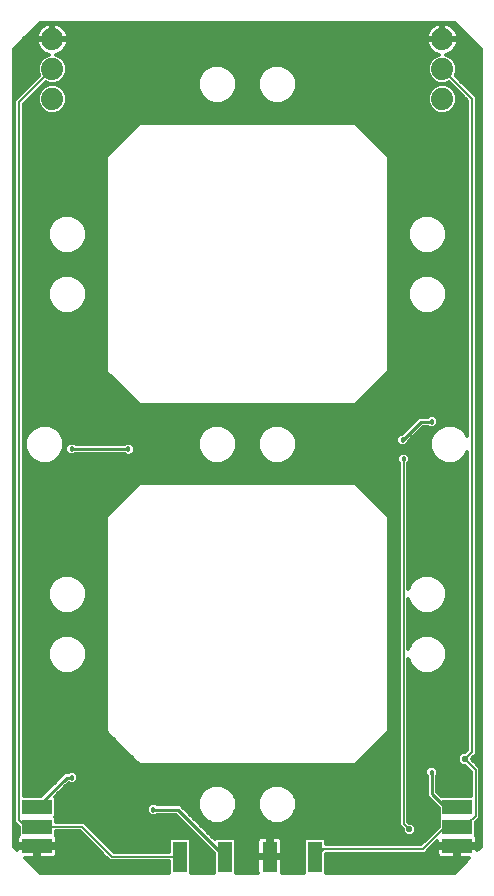
<source format=gbl>
G75*
%MOIN*%
%OFA0B0*%
%FSLAX25Y25*%
%IPPOS*%
%LPD*%
%AMOC8*
5,1,8,0,0,1.08239X$1,22.5*
%
%ADD10C,0.07400*%
%ADD11R,0.10000X0.05000*%
%ADD12R,0.05000X0.10000*%
%ADD13C,0.02178*%
%ADD14C,0.01200*%
%ADD15C,0.01000*%
%ADD16C,0.01800*%
%ADD17C,0.00800*%
D10*
X0021600Y0266600D03*
X0021600Y0276600D03*
X0021600Y0286600D03*
X0151600Y0286600D03*
X0151600Y0276600D03*
X0151600Y0266600D03*
D11*
X0156600Y0030600D03*
X0156600Y0024100D03*
X0156600Y0017600D03*
X0016600Y0017600D03*
X0016600Y0024100D03*
X0016600Y0030600D03*
D12*
X0064100Y0014100D03*
X0079100Y0014100D03*
X0094100Y0014100D03*
X0109100Y0014100D03*
D13*
X0129100Y0049100D03*
X0143800Y0026800D03*
X0140670Y0023170D03*
X0151600Y0011600D03*
X0159100Y0046600D03*
X0131600Y0136600D03*
X0131600Y0166600D03*
X0129100Y0254100D03*
X0044100Y0254100D03*
X0041600Y0166600D03*
X0036550Y0156650D03*
X0041600Y0136600D03*
X0014100Y0161600D03*
X0044100Y0049100D03*
X0049100Y0019100D03*
X0021600Y0011600D03*
D14*
X0010000Y0016170D02*
X0008700Y0017470D01*
X0008700Y0283230D01*
X0017470Y0292000D01*
X0155730Y0292000D01*
X0164500Y0283230D01*
X0164500Y0017470D01*
X0163200Y0016170D01*
X0163200Y0017000D01*
X0157200Y0017000D01*
X0157200Y0018200D01*
X0163200Y0018200D01*
X0163200Y0020311D01*
X0163091Y0020718D01*
X0162880Y0021082D01*
X0162800Y0021163D01*
X0162800Y0025623D01*
X0164300Y0027123D01*
X0164300Y0043663D01*
X0163363Y0044600D01*
X0161389Y0046574D01*
X0161389Y0046626D01*
X0163200Y0048437D01*
X0163200Y0267263D01*
X0162263Y0268200D01*
X0162263Y0268200D01*
X0156013Y0274450D01*
X0156500Y0275625D01*
X0156500Y0277575D01*
X0155754Y0279376D01*
X0154376Y0280754D01*
X0152770Y0281419D01*
X0152841Y0281430D01*
X0153634Y0281688D01*
X0154378Y0282067D01*
X0155053Y0282557D01*
X0155643Y0283147D01*
X0156133Y0283822D01*
X0156512Y0284566D01*
X0156769Y0285359D01*
X0156900Y0286183D01*
X0156900Y0286200D01*
X0152000Y0286200D01*
X0152000Y0287000D01*
X0151200Y0287000D01*
X0151200Y0291900D01*
X0151183Y0291900D01*
X0150359Y0291769D01*
X0149566Y0291512D01*
X0148822Y0291133D01*
X0148147Y0290643D01*
X0147557Y0290053D01*
X0147067Y0289378D01*
X0146688Y0288634D01*
X0146430Y0287841D01*
X0146300Y0287017D01*
X0146300Y0287000D01*
X0151200Y0287000D01*
X0151200Y0286200D01*
X0146300Y0286200D01*
X0146300Y0286183D01*
X0146430Y0285359D01*
X0146688Y0284566D01*
X0147067Y0283822D01*
X0147557Y0283147D01*
X0148147Y0282557D01*
X0148822Y0282067D01*
X0149566Y0281688D01*
X0150359Y0281430D01*
X0150430Y0281419D01*
X0148824Y0280754D01*
X0147446Y0279376D01*
X0146700Y0277575D01*
X0146700Y0275625D01*
X0147446Y0273824D01*
X0148824Y0272446D01*
X0150625Y0271700D01*
X0152575Y0271700D01*
X0153750Y0272187D01*
X0160000Y0265937D01*
X0160000Y0154341D01*
X0159610Y0155282D01*
X0157782Y0157110D01*
X0155393Y0158100D01*
X0152807Y0158100D01*
X0150418Y0157110D01*
X0148590Y0155282D01*
X0147600Y0152893D01*
X0147600Y0150307D01*
X0148590Y0147918D01*
X0150418Y0146090D01*
X0152807Y0145100D01*
X0155393Y0145100D01*
X0157782Y0146090D01*
X0159610Y0147918D01*
X0160000Y0148859D01*
X0160000Y0049763D01*
X0159126Y0048889D01*
X0158152Y0048889D01*
X0156811Y0047548D01*
X0156811Y0045652D01*
X0158152Y0044311D01*
X0159126Y0044311D01*
X0161100Y0042337D01*
X0161100Y0034300D01*
X0151304Y0034300D01*
X0149800Y0035804D01*
X0149800Y0040830D01*
X0150200Y0041230D01*
X0150200Y0042970D01*
X0148970Y0044200D01*
X0147230Y0044200D01*
X0146000Y0042970D01*
X0146000Y0041230D01*
X0146400Y0040830D01*
X0146400Y0034396D01*
X0150400Y0030396D01*
X0150400Y0027603D01*
X0150653Y0027350D01*
X0150400Y0027097D01*
X0150400Y0024129D01*
X0144533Y0018262D01*
X0112800Y0018262D01*
X0112800Y0019597D01*
X0112097Y0020300D01*
X0106103Y0020300D01*
X0105400Y0019597D01*
X0105400Y0008700D01*
X0098149Y0008700D01*
X0098200Y0008889D01*
X0098200Y0013500D01*
X0094700Y0013500D01*
X0094700Y0014700D01*
X0098200Y0014700D01*
X0098200Y0019311D01*
X0098091Y0019718D01*
X0097880Y0020082D01*
X0097582Y0020380D01*
X0097218Y0020591D01*
X0096811Y0020700D01*
X0094700Y0020700D01*
X0094700Y0014700D01*
X0093500Y0014700D01*
X0093500Y0020700D01*
X0091389Y0020700D01*
X0090982Y0020591D01*
X0090618Y0020380D01*
X0090320Y0020082D01*
X0090109Y0019718D01*
X0090000Y0019311D01*
X0090000Y0014700D01*
X0093500Y0014700D01*
X0093500Y0013500D01*
X0090000Y0013500D01*
X0090000Y0008889D01*
X0090051Y0008700D01*
X0082800Y0008700D01*
X0082800Y0019597D01*
X0082097Y0020300D01*
X0076103Y0020300D01*
X0075704Y0019901D01*
X0065100Y0030504D01*
X0064104Y0031500D01*
X0056570Y0031500D01*
X0056170Y0031900D01*
X0054430Y0031900D01*
X0053200Y0030670D01*
X0053200Y0028930D01*
X0054430Y0027700D01*
X0056170Y0027700D01*
X0056570Y0028100D01*
X0062696Y0028100D01*
X0075400Y0015396D01*
X0075400Y0008700D01*
X0067800Y0008700D01*
X0067800Y0019597D01*
X0067097Y0020300D01*
X0061103Y0020300D01*
X0060400Y0019597D01*
X0060400Y0015700D01*
X0042263Y0015700D01*
X0032263Y0025700D01*
X0022800Y0025700D01*
X0022800Y0027097D01*
X0022547Y0027350D01*
X0022800Y0027603D01*
X0022800Y0033597D01*
X0022401Y0033996D01*
X0027006Y0038602D01*
X0027228Y0038381D01*
X0028968Y0038381D01*
X0030198Y0039611D01*
X0030198Y0041350D01*
X0028968Y0042581D01*
X0027228Y0042581D01*
X0026828Y0042181D01*
X0025776Y0042181D01*
X0024781Y0041185D01*
X0017896Y0034300D01*
X0012100Y0034300D01*
X0012100Y0264837D01*
X0019450Y0272187D01*
X0020625Y0271700D01*
X0022575Y0271700D01*
X0024376Y0272446D01*
X0025754Y0273824D01*
X0026500Y0275625D01*
X0026500Y0277575D01*
X0025754Y0279376D01*
X0024376Y0280754D01*
X0022770Y0281419D01*
X0022841Y0281430D01*
X0023634Y0281688D01*
X0024378Y0282067D01*
X0025053Y0282557D01*
X0025643Y0283147D01*
X0026133Y0283822D01*
X0026512Y0284566D01*
X0026769Y0285359D01*
X0026900Y0286183D01*
X0026900Y0286200D01*
X0022000Y0286200D01*
X0022000Y0287000D01*
X0021200Y0287000D01*
X0021200Y0291900D01*
X0021183Y0291900D01*
X0020359Y0291769D01*
X0019566Y0291512D01*
X0018822Y0291133D01*
X0018147Y0290643D01*
X0017557Y0290053D01*
X0017067Y0289378D01*
X0016688Y0288634D01*
X0016430Y0287841D01*
X0016300Y0287017D01*
X0016300Y0287000D01*
X0021200Y0287000D01*
X0021200Y0286200D01*
X0016300Y0286200D01*
X0016300Y0286183D01*
X0016430Y0285359D01*
X0016688Y0284566D01*
X0017067Y0283822D01*
X0017557Y0283147D01*
X0018147Y0282557D01*
X0018822Y0282067D01*
X0019566Y0281688D01*
X0020359Y0281430D01*
X0020430Y0281419D01*
X0018824Y0280754D01*
X0017446Y0279376D01*
X0016700Y0277575D01*
X0016700Y0275625D01*
X0017187Y0274450D01*
X0009837Y0267100D01*
X0008900Y0266163D01*
X0008900Y0025557D01*
X0009837Y0024620D01*
X0010400Y0024057D01*
X0010400Y0021163D01*
X0010320Y0021082D01*
X0010109Y0020718D01*
X0010000Y0020311D01*
X0010000Y0018200D01*
X0016000Y0018200D01*
X0016000Y0017000D01*
X0010000Y0017000D01*
X0010000Y0016170D01*
X0008969Y0017201D02*
X0016000Y0017201D01*
X0016000Y0017000D02*
X0017200Y0017000D01*
X0017200Y0018200D01*
X0023200Y0018200D01*
X0023200Y0020311D01*
X0023091Y0020718D01*
X0022880Y0021082D01*
X0022800Y0021163D01*
X0022800Y0022500D01*
X0030937Y0022500D01*
X0040000Y0013437D01*
X0040937Y0012500D01*
X0060400Y0012500D01*
X0060400Y0008700D01*
X0017470Y0008700D01*
X0012670Y0013500D01*
X0016000Y0013500D01*
X0016000Y0017000D01*
X0016000Y0016002D02*
X0017200Y0016002D01*
X0017200Y0017000D02*
X0017200Y0013500D01*
X0021811Y0013500D01*
X0022218Y0013609D01*
X0022582Y0013820D01*
X0022880Y0014118D01*
X0023091Y0014482D01*
X0023200Y0014889D01*
X0023200Y0017000D01*
X0017200Y0017000D01*
X0017200Y0017201D02*
X0036237Y0017201D01*
X0035038Y0018399D02*
X0023200Y0018399D01*
X0023200Y0019598D02*
X0033840Y0019598D01*
X0032641Y0020796D02*
X0023046Y0020796D01*
X0022800Y0021995D02*
X0031443Y0021995D01*
X0033571Y0024392D02*
X0066404Y0024392D01*
X0065206Y0025590D02*
X0032373Y0025590D01*
X0034770Y0023193D02*
X0067603Y0023193D01*
X0068801Y0021995D02*
X0035968Y0021995D01*
X0037167Y0020796D02*
X0070000Y0020796D01*
X0071198Y0019598D02*
X0067799Y0019598D01*
X0067800Y0018399D02*
X0072397Y0018399D01*
X0073595Y0017201D02*
X0067800Y0017201D01*
X0067800Y0016002D02*
X0074794Y0016002D01*
X0075400Y0014803D02*
X0067800Y0014803D01*
X0067800Y0013605D02*
X0075400Y0013605D01*
X0075400Y0012406D02*
X0067800Y0012406D01*
X0067800Y0011208D02*
X0075400Y0011208D01*
X0075400Y0010009D02*
X0067800Y0010009D01*
X0067800Y0008811D02*
X0075400Y0008811D01*
X0082800Y0008811D02*
X0090021Y0008811D01*
X0090000Y0010009D02*
X0082800Y0010009D01*
X0082800Y0011208D02*
X0090000Y0011208D01*
X0090000Y0012406D02*
X0082800Y0012406D01*
X0082800Y0013605D02*
X0093500Y0013605D01*
X0093500Y0014803D02*
X0094700Y0014803D01*
X0094700Y0013605D02*
X0105400Y0013605D01*
X0105400Y0014803D02*
X0098200Y0014803D01*
X0098200Y0016002D02*
X0105400Y0016002D01*
X0105400Y0017201D02*
X0098200Y0017201D01*
X0098200Y0018399D02*
X0105400Y0018399D01*
X0105400Y0019598D02*
X0098123Y0019598D01*
X0094700Y0019598D02*
X0093500Y0019598D01*
X0093500Y0018399D02*
X0094700Y0018399D01*
X0094700Y0017201D02*
X0093500Y0017201D01*
X0093500Y0016002D02*
X0094700Y0016002D01*
X0090000Y0016002D02*
X0082800Y0016002D01*
X0082800Y0014803D02*
X0090000Y0014803D01*
X0090000Y0017201D02*
X0082800Y0017201D01*
X0082800Y0018399D02*
X0090000Y0018399D01*
X0090077Y0019598D02*
X0082799Y0019598D01*
X0080282Y0026090D02*
X0077893Y0025100D01*
X0075307Y0025100D01*
X0072918Y0026090D01*
X0071090Y0027918D01*
X0070100Y0030307D01*
X0070100Y0032893D01*
X0071090Y0035282D01*
X0072918Y0037110D01*
X0075307Y0038100D01*
X0077893Y0038100D01*
X0080282Y0037110D01*
X0082110Y0035282D01*
X0083100Y0032893D01*
X0083100Y0030307D01*
X0082110Y0027918D01*
X0080282Y0026090D01*
X0080981Y0026789D02*
X0092219Y0026789D01*
X0092918Y0026090D02*
X0095307Y0025100D01*
X0097893Y0025100D01*
X0100282Y0026090D01*
X0102110Y0027918D01*
X0103100Y0030307D01*
X0103100Y0032893D01*
X0102110Y0035282D01*
X0100282Y0037110D01*
X0097893Y0038100D01*
X0095307Y0038100D01*
X0092918Y0037110D01*
X0091090Y0035282D01*
X0090100Y0032893D01*
X0090100Y0030307D01*
X0091090Y0027918D01*
X0092918Y0026090D01*
X0094124Y0025590D02*
X0079076Y0025590D01*
X0082139Y0027987D02*
X0091061Y0027987D01*
X0090565Y0029186D02*
X0082635Y0029186D01*
X0083100Y0030384D02*
X0090100Y0030384D01*
X0090100Y0031583D02*
X0083100Y0031583D01*
X0083100Y0032781D02*
X0090100Y0032781D01*
X0090550Y0033980D02*
X0082650Y0033980D01*
X0082153Y0035178D02*
X0091047Y0035178D01*
X0092184Y0036377D02*
X0081016Y0036377D01*
X0079160Y0037575D02*
X0094040Y0037575D01*
X0099160Y0037575D02*
X0137100Y0037575D01*
X0137100Y0036377D02*
X0101016Y0036377D01*
X0102153Y0035178D02*
X0137100Y0035178D01*
X0137100Y0033980D02*
X0102650Y0033980D01*
X0103100Y0032781D02*
X0137100Y0032781D01*
X0137100Y0031583D02*
X0103100Y0031583D01*
X0103100Y0030384D02*
X0137100Y0030384D01*
X0137100Y0029186D02*
X0102635Y0029186D01*
X0102139Y0027987D02*
X0137100Y0027987D01*
X0137100Y0026789D02*
X0100981Y0026789D01*
X0099076Y0025590D02*
X0137100Y0025590D01*
X0137100Y0024477D02*
X0138381Y0023196D01*
X0138381Y0022222D01*
X0139722Y0020881D01*
X0141618Y0020881D01*
X0142959Y0022222D01*
X0142959Y0024118D01*
X0141618Y0025459D01*
X0140644Y0025459D01*
X0140300Y0025802D01*
X0140300Y0079824D01*
X0141090Y0077918D01*
X0142918Y0076090D01*
X0145307Y0075100D01*
X0147893Y0075100D01*
X0150282Y0076090D01*
X0152110Y0077918D01*
X0153100Y0080307D01*
X0153100Y0082893D01*
X0152110Y0085282D01*
X0150282Y0087110D01*
X0147893Y0088100D01*
X0145307Y0088100D01*
X0142918Y0087110D01*
X0141090Y0085282D01*
X0140300Y0083376D01*
X0140300Y0099824D01*
X0141090Y0097918D01*
X0142918Y0096090D01*
X0145307Y0095100D01*
X0147893Y0095100D01*
X0150282Y0096090D01*
X0152110Y0097918D01*
X0153100Y0100307D01*
X0153100Y0102893D01*
X0152110Y0105282D01*
X0150282Y0107110D01*
X0147893Y0108100D01*
X0145307Y0108100D01*
X0142918Y0107110D01*
X0141090Y0105282D01*
X0140300Y0103376D01*
X0140300Y0145230D01*
X0140800Y0145730D01*
X0140800Y0147470D01*
X0139570Y0148700D01*
X0137830Y0148700D01*
X0136600Y0147470D01*
X0136600Y0145730D01*
X0137100Y0145230D01*
X0137100Y0024477D01*
X0137185Y0024392D02*
X0071213Y0024392D01*
X0072411Y0023193D02*
X0138381Y0023193D01*
X0138608Y0021995D02*
X0073610Y0021995D01*
X0074808Y0020796D02*
X0147067Y0020796D01*
X0145869Y0019598D02*
X0112799Y0019598D01*
X0112800Y0018399D02*
X0144670Y0018399D01*
X0146799Y0016002D02*
X0150000Y0016002D01*
X0150000Y0017000D02*
X0150000Y0014889D01*
X0150109Y0014482D01*
X0150320Y0014118D01*
X0150618Y0013820D01*
X0150982Y0013609D01*
X0151389Y0013500D01*
X0156000Y0013500D01*
X0156000Y0017000D01*
X0157200Y0017000D01*
X0157200Y0013500D01*
X0160530Y0013500D01*
X0155730Y0008700D01*
X0112800Y0008700D01*
X0112800Y0015062D01*
X0144533Y0015062D01*
X0145859Y0015062D01*
X0150000Y0019203D01*
X0150000Y0018200D01*
X0156000Y0018200D01*
X0156000Y0017000D01*
X0150000Y0017000D01*
X0150000Y0018399D02*
X0149196Y0018399D01*
X0147997Y0017201D02*
X0156000Y0017201D01*
X0156000Y0016002D02*
X0157200Y0016002D01*
X0157200Y0014803D02*
X0156000Y0014803D01*
X0156000Y0013605D02*
X0157200Y0013605D01*
X0159437Y0012406D02*
X0112800Y0012406D01*
X0112800Y0011208D02*
X0158238Y0011208D01*
X0157040Y0010009D02*
X0112800Y0010009D01*
X0112800Y0008811D02*
X0155841Y0008811D01*
X0150998Y0013605D02*
X0112800Y0013605D01*
X0112800Y0014803D02*
X0150023Y0014803D01*
X0148266Y0021995D02*
X0142732Y0021995D01*
X0142959Y0023193D02*
X0149464Y0023193D01*
X0150400Y0024392D02*
X0142685Y0024392D01*
X0140512Y0025590D02*
X0150400Y0025590D01*
X0150400Y0026789D02*
X0140300Y0026789D01*
X0140300Y0027987D02*
X0150400Y0027987D01*
X0150400Y0029186D02*
X0140300Y0029186D01*
X0140300Y0030384D02*
X0150400Y0030384D01*
X0149213Y0031583D02*
X0140300Y0031583D01*
X0140300Y0032781D02*
X0148015Y0032781D01*
X0146816Y0033980D02*
X0140300Y0033980D01*
X0140300Y0035178D02*
X0146400Y0035178D01*
X0146400Y0036377D02*
X0140300Y0036377D01*
X0140300Y0037575D02*
X0146400Y0037575D01*
X0146400Y0038774D02*
X0140300Y0038774D01*
X0140300Y0039972D02*
X0146400Y0039972D01*
X0146059Y0041171D02*
X0140300Y0041171D01*
X0140300Y0042369D02*
X0146000Y0042369D01*
X0146598Y0043568D02*
X0140300Y0043568D01*
X0140300Y0044766D02*
X0157697Y0044766D01*
X0156811Y0045965D02*
X0140300Y0045965D01*
X0140300Y0047163D02*
X0156811Y0047163D01*
X0157625Y0048362D02*
X0140300Y0048362D01*
X0140300Y0049560D02*
X0159798Y0049560D01*
X0160000Y0050759D02*
X0140300Y0050759D01*
X0140300Y0051957D02*
X0160000Y0051957D01*
X0160000Y0053156D02*
X0140300Y0053156D01*
X0140300Y0054354D02*
X0160000Y0054354D01*
X0160000Y0055553D02*
X0140300Y0055553D01*
X0140300Y0056751D02*
X0160000Y0056751D01*
X0160000Y0057950D02*
X0140300Y0057950D01*
X0140300Y0059148D02*
X0160000Y0059148D01*
X0160000Y0060347D02*
X0140300Y0060347D01*
X0140300Y0061545D02*
X0160000Y0061545D01*
X0160000Y0062744D02*
X0140300Y0062744D01*
X0140300Y0063942D02*
X0160000Y0063942D01*
X0160000Y0065141D02*
X0140300Y0065141D01*
X0140300Y0066339D02*
X0160000Y0066339D01*
X0160000Y0067538D02*
X0140300Y0067538D01*
X0140300Y0068737D02*
X0160000Y0068737D01*
X0160000Y0069935D02*
X0140300Y0069935D01*
X0140300Y0071134D02*
X0160000Y0071134D01*
X0160000Y0072332D02*
X0140300Y0072332D01*
X0140300Y0073531D02*
X0160000Y0073531D01*
X0160000Y0074729D02*
X0140300Y0074729D01*
X0140300Y0075928D02*
X0143309Y0075928D01*
X0141882Y0077126D02*
X0140300Y0077126D01*
X0140300Y0078325D02*
X0140921Y0078325D01*
X0140425Y0079523D02*
X0140300Y0079523D01*
X0140300Y0084317D02*
X0140690Y0084317D01*
X0140300Y0085516D02*
X0141323Y0085516D01*
X0140300Y0086714D02*
X0142522Y0086714D01*
X0140300Y0087913D02*
X0144855Y0087913D01*
X0148345Y0087913D02*
X0160000Y0087913D01*
X0160000Y0089111D02*
X0140300Y0089111D01*
X0140300Y0090310D02*
X0160000Y0090310D01*
X0160000Y0091508D02*
X0140300Y0091508D01*
X0140300Y0092707D02*
X0160000Y0092707D01*
X0160000Y0093905D02*
X0140300Y0093905D01*
X0140300Y0095104D02*
X0145298Y0095104D01*
X0147902Y0095104D02*
X0160000Y0095104D01*
X0160000Y0096302D02*
X0150495Y0096302D01*
X0151693Y0097501D02*
X0160000Y0097501D01*
X0160000Y0098699D02*
X0152434Y0098699D01*
X0152930Y0099898D02*
X0160000Y0099898D01*
X0160000Y0101096D02*
X0153100Y0101096D01*
X0153100Y0102295D02*
X0160000Y0102295D01*
X0160000Y0103493D02*
X0152851Y0103493D01*
X0152355Y0104692D02*
X0160000Y0104692D01*
X0160000Y0105890D02*
X0151502Y0105890D01*
X0150304Y0107089D02*
X0160000Y0107089D01*
X0160000Y0108287D02*
X0140300Y0108287D01*
X0140300Y0107089D02*
X0142896Y0107089D01*
X0141698Y0105890D02*
X0140300Y0105890D01*
X0140300Y0104692D02*
X0140845Y0104692D01*
X0140349Y0103493D02*
X0140300Y0103493D01*
X0137100Y0103493D02*
X0133700Y0103493D01*
X0133700Y0102295D02*
X0137100Y0102295D01*
X0137100Y0101096D02*
X0133700Y0101096D01*
X0133700Y0099898D02*
X0137100Y0099898D01*
X0137100Y0098699D02*
X0133700Y0098699D01*
X0133700Y0097501D02*
X0137100Y0097501D01*
X0137100Y0096302D02*
X0133700Y0096302D01*
X0133700Y0095104D02*
X0137100Y0095104D01*
X0137100Y0093905D02*
X0133700Y0093905D01*
X0133700Y0092707D02*
X0137100Y0092707D01*
X0137100Y0091508D02*
X0133700Y0091508D01*
X0133700Y0090310D02*
X0137100Y0090310D01*
X0137100Y0089111D02*
X0133700Y0089111D01*
X0133700Y0087913D02*
X0137100Y0087913D01*
X0137100Y0086714D02*
X0133700Y0086714D01*
X0133700Y0085516D02*
X0137100Y0085516D01*
X0137100Y0084317D02*
X0133700Y0084317D01*
X0133700Y0083119D02*
X0137100Y0083119D01*
X0137100Y0081920D02*
X0133700Y0081920D01*
X0133700Y0080722D02*
X0137100Y0080722D01*
X0137100Y0079523D02*
X0133700Y0079523D01*
X0133700Y0078325D02*
X0137100Y0078325D01*
X0137100Y0077126D02*
X0133700Y0077126D01*
X0133700Y0075928D02*
X0137100Y0075928D01*
X0137100Y0074729D02*
X0133700Y0074729D01*
X0133700Y0073531D02*
X0137100Y0073531D01*
X0137100Y0072332D02*
X0133700Y0072332D01*
X0133700Y0071134D02*
X0137100Y0071134D01*
X0137100Y0069935D02*
X0133700Y0069935D01*
X0133700Y0068737D02*
X0137100Y0068737D01*
X0137100Y0067538D02*
X0133700Y0067538D01*
X0133700Y0066339D02*
X0137100Y0066339D01*
X0137100Y0065141D02*
X0133700Y0065141D01*
X0133700Y0063942D02*
X0137100Y0063942D01*
X0137100Y0062744D02*
X0133700Y0062744D01*
X0133700Y0061545D02*
X0137100Y0061545D01*
X0137100Y0060347D02*
X0133700Y0060347D01*
X0133700Y0059148D02*
X0137100Y0059148D01*
X0137100Y0057950D02*
X0133700Y0057950D01*
X0133700Y0056751D02*
X0137100Y0056751D01*
X0137100Y0055553D02*
X0133523Y0055553D01*
X0133700Y0055730D02*
X0133700Y0127470D01*
X0123700Y0137470D01*
X0122470Y0138700D01*
X0050730Y0138700D01*
X0049500Y0137470D01*
X0049500Y0137470D01*
X0040730Y0128700D01*
X0039500Y0127470D01*
X0039500Y0055730D01*
X0049500Y0045730D01*
X0050730Y0044500D01*
X0122470Y0044500D01*
X0132470Y0054500D01*
X0133700Y0055730D01*
X0132324Y0054354D02*
X0137100Y0054354D01*
X0137100Y0053156D02*
X0131126Y0053156D01*
X0129927Y0051957D02*
X0137100Y0051957D01*
X0137100Y0050759D02*
X0128729Y0050759D01*
X0127530Y0049560D02*
X0137100Y0049560D01*
X0137100Y0048362D02*
X0126332Y0048362D01*
X0125133Y0047163D02*
X0137100Y0047163D01*
X0137100Y0045965D02*
X0123935Y0045965D01*
X0122736Y0044766D02*
X0137100Y0044766D01*
X0137100Y0043568D02*
X0012100Y0043568D01*
X0012100Y0044766D02*
X0050464Y0044766D01*
X0049265Y0045965D02*
X0012100Y0045965D01*
X0012100Y0047163D02*
X0048067Y0047163D01*
X0046868Y0048362D02*
X0012100Y0048362D01*
X0012100Y0049560D02*
X0045670Y0049560D01*
X0044471Y0050759D02*
X0012100Y0050759D01*
X0012100Y0051957D02*
X0043273Y0051957D01*
X0042074Y0053156D02*
X0012100Y0053156D01*
X0012100Y0054354D02*
X0040876Y0054354D01*
X0039677Y0055553D02*
X0012100Y0055553D01*
X0012100Y0056751D02*
X0039500Y0056751D01*
X0039500Y0057950D02*
X0012100Y0057950D01*
X0012100Y0059148D02*
X0039500Y0059148D01*
X0039500Y0060347D02*
X0012100Y0060347D01*
X0012100Y0061545D02*
X0039500Y0061545D01*
X0039500Y0062744D02*
X0012100Y0062744D01*
X0012100Y0063942D02*
X0039500Y0063942D01*
X0039500Y0065141D02*
X0012100Y0065141D01*
X0012100Y0066339D02*
X0039500Y0066339D01*
X0039500Y0067538D02*
X0012100Y0067538D01*
X0012100Y0068737D02*
X0039500Y0068737D01*
X0039500Y0069935D02*
X0012100Y0069935D01*
X0012100Y0071134D02*
X0039500Y0071134D01*
X0039500Y0072332D02*
X0012100Y0072332D01*
X0012100Y0073531D02*
X0039500Y0073531D01*
X0039500Y0074729D02*
X0012100Y0074729D01*
X0012100Y0075928D02*
X0023309Y0075928D01*
X0022918Y0076090D02*
X0025307Y0075100D01*
X0027893Y0075100D01*
X0030282Y0076090D01*
X0032110Y0077918D01*
X0033100Y0080307D01*
X0033100Y0082893D01*
X0032110Y0085282D01*
X0030282Y0087110D01*
X0027893Y0088100D01*
X0025307Y0088100D01*
X0022918Y0087110D01*
X0021090Y0085282D01*
X0020100Y0082893D01*
X0020100Y0080307D01*
X0021090Y0077918D01*
X0022918Y0076090D01*
X0021882Y0077126D02*
X0012100Y0077126D01*
X0012100Y0078325D02*
X0020921Y0078325D01*
X0020425Y0079523D02*
X0012100Y0079523D01*
X0012100Y0080722D02*
X0020100Y0080722D01*
X0020100Y0081920D02*
X0012100Y0081920D01*
X0012100Y0083119D02*
X0020194Y0083119D01*
X0020690Y0084317D02*
X0012100Y0084317D01*
X0012100Y0085516D02*
X0021323Y0085516D01*
X0022522Y0086714D02*
X0012100Y0086714D01*
X0012100Y0087913D02*
X0024855Y0087913D01*
X0028345Y0087913D02*
X0039500Y0087913D01*
X0039500Y0089111D02*
X0012100Y0089111D01*
X0012100Y0090310D02*
X0039500Y0090310D01*
X0039500Y0091508D02*
X0012100Y0091508D01*
X0012100Y0092707D02*
X0039500Y0092707D01*
X0039500Y0093905D02*
X0012100Y0093905D01*
X0012100Y0095104D02*
X0025298Y0095104D01*
X0025307Y0095100D02*
X0027893Y0095100D01*
X0030282Y0096090D01*
X0032110Y0097918D01*
X0033100Y0100307D01*
X0033100Y0102893D01*
X0032110Y0105282D01*
X0030282Y0107110D01*
X0027893Y0108100D01*
X0025307Y0108100D01*
X0022918Y0107110D01*
X0021090Y0105282D01*
X0020100Y0102893D01*
X0020100Y0100307D01*
X0021090Y0097918D01*
X0022918Y0096090D01*
X0025307Y0095100D01*
X0027902Y0095104D02*
X0039500Y0095104D01*
X0039500Y0096302D02*
X0030495Y0096302D01*
X0031693Y0097501D02*
X0039500Y0097501D01*
X0039500Y0098699D02*
X0032434Y0098699D01*
X0032930Y0099898D02*
X0039500Y0099898D01*
X0039500Y0101096D02*
X0033100Y0101096D01*
X0033100Y0102295D02*
X0039500Y0102295D01*
X0039500Y0103493D02*
X0032851Y0103493D01*
X0032355Y0104692D02*
X0039500Y0104692D01*
X0039500Y0105890D02*
X0031502Y0105890D01*
X0030304Y0107089D02*
X0039500Y0107089D01*
X0039500Y0108287D02*
X0012100Y0108287D01*
X0012100Y0107089D02*
X0022896Y0107089D01*
X0021698Y0105890D02*
X0012100Y0105890D01*
X0012100Y0104692D02*
X0020845Y0104692D01*
X0020349Y0103493D02*
X0012100Y0103493D01*
X0012100Y0102295D02*
X0020100Y0102295D01*
X0020100Y0101096D02*
X0012100Y0101096D01*
X0012100Y0099898D02*
X0020270Y0099898D01*
X0020766Y0098699D02*
X0012100Y0098699D01*
X0012100Y0097501D02*
X0021507Y0097501D01*
X0022705Y0096302D02*
X0012100Y0096302D01*
X0008900Y0096302D02*
X0008700Y0096302D01*
X0008700Y0095104D02*
X0008900Y0095104D01*
X0008900Y0093905D02*
X0008700Y0093905D01*
X0008700Y0092707D02*
X0008900Y0092707D01*
X0008900Y0091508D02*
X0008700Y0091508D01*
X0008700Y0090310D02*
X0008900Y0090310D01*
X0008900Y0089111D02*
X0008700Y0089111D01*
X0008700Y0087913D02*
X0008900Y0087913D01*
X0008900Y0086714D02*
X0008700Y0086714D01*
X0008700Y0085516D02*
X0008900Y0085516D01*
X0008900Y0084317D02*
X0008700Y0084317D01*
X0008700Y0083119D02*
X0008900Y0083119D01*
X0008900Y0081920D02*
X0008700Y0081920D01*
X0008700Y0080722D02*
X0008900Y0080722D01*
X0008900Y0079523D02*
X0008700Y0079523D01*
X0008700Y0078325D02*
X0008900Y0078325D01*
X0008900Y0077126D02*
X0008700Y0077126D01*
X0008700Y0075928D02*
X0008900Y0075928D01*
X0008900Y0074729D02*
X0008700Y0074729D01*
X0008700Y0073531D02*
X0008900Y0073531D01*
X0008900Y0072332D02*
X0008700Y0072332D01*
X0008700Y0071134D02*
X0008900Y0071134D01*
X0008900Y0069935D02*
X0008700Y0069935D01*
X0008700Y0068737D02*
X0008900Y0068737D01*
X0008900Y0067538D02*
X0008700Y0067538D01*
X0008700Y0066339D02*
X0008900Y0066339D01*
X0008900Y0065141D02*
X0008700Y0065141D01*
X0008700Y0063942D02*
X0008900Y0063942D01*
X0008900Y0062744D02*
X0008700Y0062744D01*
X0008700Y0061545D02*
X0008900Y0061545D01*
X0008900Y0060347D02*
X0008700Y0060347D01*
X0008700Y0059148D02*
X0008900Y0059148D01*
X0008900Y0057950D02*
X0008700Y0057950D01*
X0008700Y0056751D02*
X0008900Y0056751D01*
X0008900Y0055553D02*
X0008700Y0055553D01*
X0008700Y0054354D02*
X0008900Y0054354D01*
X0008900Y0053156D02*
X0008700Y0053156D01*
X0008700Y0051957D02*
X0008900Y0051957D01*
X0008900Y0050759D02*
X0008700Y0050759D01*
X0008700Y0049560D02*
X0008900Y0049560D01*
X0008900Y0048362D02*
X0008700Y0048362D01*
X0008700Y0047163D02*
X0008900Y0047163D01*
X0008900Y0045965D02*
X0008700Y0045965D01*
X0008700Y0044766D02*
X0008900Y0044766D01*
X0008900Y0043568D02*
X0008700Y0043568D01*
X0008700Y0042369D02*
X0008900Y0042369D01*
X0008900Y0041171D02*
X0008700Y0041171D01*
X0008700Y0039972D02*
X0008900Y0039972D01*
X0008900Y0038774D02*
X0008700Y0038774D01*
X0008700Y0037575D02*
X0008900Y0037575D01*
X0008900Y0036377D02*
X0008700Y0036377D01*
X0008700Y0035178D02*
X0008900Y0035178D01*
X0008900Y0033980D02*
X0008700Y0033980D01*
X0008700Y0032781D02*
X0008900Y0032781D01*
X0008900Y0031583D02*
X0008700Y0031583D01*
X0008700Y0030384D02*
X0008900Y0030384D01*
X0008900Y0029186D02*
X0008700Y0029186D01*
X0008700Y0027987D02*
X0008900Y0027987D01*
X0008900Y0026789D02*
X0008700Y0026789D01*
X0008700Y0025590D02*
X0008900Y0025590D01*
X0008700Y0024392D02*
X0010066Y0024392D01*
X0010400Y0023193D02*
X0008700Y0023193D01*
X0008700Y0021995D02*
X0010400Y0021995D01*
X0010154Y0020796D02*
X0008700Y0020796D01*
X0008700Y0019598D02*
X0010000Y0019598D01*
X0010000Y0018399D02*
X0008700Y0018399D01*
X0013763Y0012406D02*
X0060400Y0012406D01*
X0060400Y0011208D02*
X0014962Y0011208D01*
X0016160Y0010009D02*
X0060400Y0010009D01*
X0060400Y0008811D02*
X0017359Y0008811D01*
X0017200Y0013605D02*
X0016000Y0013605D01*
X0016000Y0014803D02*
X0017200Y0014803D01*
X0022202Y0013605D02*
X0039832Y0013605D01*
X0038634Y0014803D02*
X0023177Y0014803D01*
X0023200Y0016002D02*
X0037435Y0016002D01*
X0039564Y0018399D02*
X0060400Y0018399D01*
X0060400Y0017201D02*
X0040762Y0017201D01*
X0041961Y0016002D02*
X0060400Y0016002D01*
X0060400Y0019598D02*
X0038365Y0019598D01*
X0029361Y0038774D02*
X0137100Y0038774D01*
X0137100Y0039972D02*
X0030198Y0039972D01*
X0030198Y0041171D02*
X0137100Y0041171D01*
X0137100Y0042369D02*
X0029179Y0042369D01*
X0027017Y0042369D02*
X0012100Y0042369D01*
X0012100Y0041171D02*
X0024767Y0041171D01*
X0023568Y0039972D02*
X0012100Y0039972D01*
X0012100Y0038774D02*
X0022370Y0038774D01*
X0021171Y0037575D02*
X0012100Y0037575D01*
X0012100Y0036377D02*
X0019973Y0036377D01*
X0018774Y0035178D02*
X0012100Y0035178D01*
X0022417Y0033980D02*
X0070550Y0033980D01*
X0070100Y0032781D02*
X0022800Y0032781D01*
X0022800Y0031583D02*
X0054113Y0031583D01*
X0053200Y0030384D02*
X0022800Y0030384D01*
X0022800Y0029186D02*
X0053200Y0029186D01*
X0054143Y0027987D02*
X0022800Y0027987D01*
X0022800Y0026789D02*
X0064007Y0026789D01*
X0062809Y0027987D02*
X0056457Y0027987D01*
X0056487Y0031583D02*
X0070100Y0031583D01*
X0070100Y0030384D02*
X0065220Y0030384D01*
X0066419Y0029186D02*
X0070565Y0029186D01*
X0071061Y0027987D02*
X0067617Y0027987D01*
X0068816Y0026789D02*
X0072219Y0026789D01*
X0074124Y0025590D02*
X0070014Y0025590D01*
X0071047Y0035178D02*
X0023582Y0035178D01*
X0024781Y0036377D02*
X0072184Y0036377D01*
X0074040Y0037575D02*
X0025979Y0037575D01*
X0029891Y0075928D02*
X0039500Y0075928D01*
X0039500Y0077126D02*
X0031318Y0077126D01*
X0032279Y0078325D02*
X0039500Y0078325D01*
X0039500Y0079523D02*
X0032775Y0079523D01*
X0033100Y0080722D02*
X0039500Y0080722D01*
X0039500Y0081920D02*
X0033100Y0081920D01*
X0033006Y0083119D02*
X0039500Y0083119D01*
X0039500Y0084317D02*
X0032510Y0084317D01*
X0031877Y0085516D02*
X0039500Y0085516D01*
X0039500Y0086714D02*
X0030678Y0086714D01*
X0039500Y0109486D02*
X0012100Y0109486D01*
X0012100Y0110684D02*
X0039500Y0110684D01*
X0039500Y0111883D02*
X0012100Y0111883D01*
X0012100Y0113081D02*
X0039500Y0113081D01*
X0039500Y0114280D02*
X0012100Y0114280D01*
X0012100Y0115478D02*
X0039500Y0115478D01*
X0039500Y0116677D02*
X0012100Y0116677D01*
X0012100Y0117875D02*
X0039500Y0117875D01*
X0039500Y0119074D02*
X0012100Y0119074D01*
X0012100Y0120272D02*
X0039500Y0120272D01*
X0039500Y0121471D02*
X0012100Y0121471D01*
X0012100Y0122670D02*
X0039500Y0122670D01*
X0039500Y0123868D02*
X0012100Y0123868D01*
X0012100Y0125067D02*
X0039500Y0125067D01*
X0039500Y0126265D02*
X0012100Y0126265D01*
X0012100Y0127464D02*
X0039500Y0127464D01*
X0040692Y0128662D02*
X0012100Y0128662D01*
X0012100Y0129861D02*
X0041891Y0129861D01*
X0043089Y0131059D02*
X0012100Y0131059D01*
X0012100Y0132258D02*
X0044288Y0132258D01*
X0045486Y0133456D02*
X0012100Y0133456D01*
X0012100Y0134655D02*
X0046685Y0134655D01*
X0047883Y0135853D02*
X0012100Y0135853D01*
X0012100Y0137052D02*
X0049082Y0137052D01*
X0050280Y0138250D02*
X0012100Y0138250D01*
X0012100Y0139449D02*
X0137100Y0139449D01*
X0137100Y0140647D02*
X0012100Y0140647D01*
X0012100Y0141846D02*
X0137100Y0141846D01*
X0137100Y0143044D02*
X0012100Y0143044D01*
X0012100Y0144243D02*
X0137100Y0144243D01*
X0136889Y0145441D02*
X0098717Y0145441D01*
X0097893Y0145100D02*
X0100282Y0146090D01*
X0102110Y0147918D01*
X0103100Y0150307D01*
X0103100Y0152893D01*
X0102110Y0155282D01*
X0100282Y0157110D01*
X0097893Y0158100D01*
X0095307Y0158100D01*
X0092918Y0157110D01*
X0091090Y0155282D01*
X0090100Y0152893D01*
X0090100Y0150307D01*
X0091090Y0147918D01*
X0092918Y0146090D01*
X0095307Y0145100D01*
X0097893Y0145100D01*
X0100832Y0146640D02*
X0136600Y0146640D01*
X0136968Y0147838D02*
X0102031Y0147838D01*
X0102574Y0149037D02*
X0148126Y0149037D01*
X0147630Y0150235D02*
X0103070Y0150235D01*
X0103100Y0151434D02*
X0136996Y0151434D01*
X0137530Y0150900D02*
X0136300Y0152130D01*
X0136300Y0153870D01*
X0137530Y0155100D01*
X0138096Y0155100D01*
X0142800Y0159804D01*
X0143796Y0160800D01*
X0146828Y0160800D01*
X0147228Y0161200D01*
X0148968Y0161200D01*
X0150198Y0159970D01*
X0150198Y0158230D01*
X0148968Y0157000D01*
X0147228Y0157000D01*
X0146828Y0157400D01*
X0145204Y0157400D01*
X0140500Y0152696D01*
X0140500Y0152130D01*
X0139270Y0150900D01*
X0137530Y0150900D01*
X0136300Y0152632D02*
X0103100Y0152632D01*
X0102712Y0153831D02*
X0136300Y0153831D01*
X0137459Y0155029D02*
X0102215Y0155029D01*
X0101165Y0156228D02*
X0139224Y0156228D01*
X0140422Y0157426D02*
X0099519Y0157426D01*
X0093681Y0157426D02*
X0079519Y0157426D01*
X0080282Y0157110D02*
X0077893Y0158100D01*
X0075307Y0158100D01*
X0072918Y0157110D01*
X0071090Y0155282D01*
X0070100Y0152893D01*
X0070100Y0150307D01*
X0071090Y0147918D01*
X0072918Y0146090D01*
X0075307Y0145100D01*
X0077893Y0145100D01*
X0080282Y0146090D01*
X0082110Y0147918D01*
X0083100Y0150307D01*
X0083100Y0152893D01*
X0082110Y0155282D01*
X0080282Y0157110D01*
X0081165Y0156228D02*
X0092035Y0156228D01*
X0090985Y0155029D02*
X0082215Y0155029D01*
X0082712Y0153831D02*
X0090488Y0153831D01*
X0090100Y0152632D02*
X0083100Y0152632D01*
X0083100Y0151434D02*
X0090100Y0151434D01*
X0090130Y0150235D02*
X0083070Y0150235D01*
X0082574Y0149037D02*
X0090626Y0149037D01*
X0091169Y0147838D02*
X0082031Y0147838D01*
X0080832Y0146640D02*
X0092368Y0146640D01*
X0094483Y0145441D02*
X0078717Y0145441D01*
X0074483Y0145441D02*
X0021217Y0145441D01*
X0020393Y0145100D02*
X0022782Y0146090D01*
X0024610Y0147918D01*
X0025600Y0150307D01*
X0025600Y0152893D01*
X0024610Y0155282D01*
X0022782Y0157110D01*
X0020393Y0158100D01*
X0017807Y0158100D01*
X0015418Y0157110D01*
X0013590Y0155282D01*
X0012600Y0152893D01*
X0012600Y0150307D01*
X0013590Y0147918D01*
X0015418Y0146090D01*
X0017807Y0145100D01*
X0020393Y0145100D01*
X0023332Y0146640D02*
X0072368Y0146640D01*
X0071169Y0147838D02*
X0047906Y0147838D01*
X0047868Y0147800D02*
X0049098Y0149030D01*
X0049098Y0150770D01*
X0047868Y0152000D01*
X0046128Y0152000D01*
X0045728Y0151600D01*
X0029468Y0151600D01*
X0028968Y0152100D01*
X0027228Y0152100D01*
X0025998Y0150870D01*
X0025998Y0149130D01*
X0027228Y0147900D01*
X0028968Y0147900D01*
X0029268Y0148200D01*
X0045728Y0148200D01*
X0046128Y0147800D01*
X0047868Y0147800D01*
X0049098Y0149037D02*
X0070626Y0149037D01*
X0070130Y0150235D02*
X0049098Y0150235D01*
X0048434Y0151434D02*
X0070100Y0151434D01*
X0070100Y0152632D02*
X0025600Y0152632D01*
X0025600Y0151434D02*
X0026562Y0151434D01*
X0025998Y0150235D02*
X0025570Y0150235D01*
X0025074Y0149037D02*
X0026091Y0149037D01*
X0024531Y0147838D02*
X0046090Y0147838D01*
X0050730Y0164500D02*
X0052470Y0164500D01*
X0120730Y0164500D01*
X0122470Y0164500D01*
X0132470Y0174500D01*
X0133700Y0175730D01*
X0133700Y0247470D01*
X0122470Y0258700D01*
X0050730Y0258700D01*
X0049500Y0257470D01*
X0040730Y0248700D01*
X0039500Y0247470D01*
X0039500Y0175730D01*
X0050730Y0164500D01*
X0050613Y0164617D02*
X0012100Y0164617D01*
X0012100Y0163419D02*
X0160000Y0163419D01*
X0160000Y0164617D02*
X0122587Y0164617D01*
X0123786Y0165816D02*
X0160000Y0165816D01*
X0160000Y0167014D02*
X0124984Y0167014D01*
X0126183Y0168213D02*
X0160000Y0168213D01*
X0160000Y0169411D02*
X0127381Y0169411D01*
X0128580Y0170610D02*
X0160000Y0170610D01*
X0160000Y0171808D02*
X0129778Y0171808D01*
X0130977Y0173007D02*
X0160000Y0173007D01*
X0160000Y0174205D02*
X0132175Y0174205D01*
X0133374Y0175404D02*
X0160000Y0175404D01*
X0160000Y0176603D02*
X0133700Y0176603D01*
X0133700Y0177801D02*
X0160000Y0177801D01*
X0160000Y0179000D02*
X0133700Y0179000D01*
X0133700Y0180198D02*
X0160000Y0180198D01*
X0160000Y0181397D02*
X0133700Y0181397D01*
X0133700Y0182595D02*
X0160000Y0182595D01*
X0160000Y0183794D02*
X0133700Y0183794D01*
X0133700Y0184992D02*
X0160000Y0184992D01*
X0160000Y0186191D02*
X0133700Y0186191D01*
X0133700Y0187389D02*
X0160000Y0187389D01*
X0160000Y0188588D02*
X0133700Y0188588D01*
X0133700Y0189786D02*
X0160000Y0189786D01*
X0160000Y0190985D02*
X0133700Y0190985D01*
X0133700Y0192183D02*
X0160000Y0192183D01*
X0160000Y0193382D02*
X0133700Y0193382D01*
X0133700Y0194580D02*
X0160000Y0194580D01*
X0160000Y0195779D02*
X0149531Y0195779D01*
X0150282Y0196090D02*
X0152110Y0197918D01*
X0153100Y0200307D01*
X0153100Y0202893D01*
X0152110Y0205282D01*
X0150282Y0207110D01*
X0147893Y0208100D01*
X0145307Y0208100D01*
X0142918Y0207110D01*
X0141090Y0205282D01*
X0140100Y0202893D01*
X0140100Y0200307D01*
X0141090Y0197918D01*
X0142918Y0196090D01*
X0145307Y0195100D01*
X0147893Y0195100D01*
X0150282Y0196090D01*
X0151170Y0196977D02*
X0160000Y0196977D01*
X0160000Y0198176D02*
X0152217Y0198176D01*
X0152714Y0199374D02*
X0160000Y0199374D01*
X0160000Y0200573D02*
X0153100Y0200573D01*
X0153100Y0201771D02*
X0160000Y0201771D01*
X0160000Y0202970D02*
X0153068Y0202970D01*
X0152572Y0204168D02*
X0160000Y0204168D01*
X0160000Y0205367D02*
X0152026Y0205367D01*
X0150827Y0206565D02*
X0160000Y0206565D01*
X0160000Y0207764D02*
X0148705Y0207764D01*
X0144495Y0207764D02*
X0133700Y0207764D01*
X0133700Y0208962D02*
X0160000Y0208962D01*
X0160000Y0210161D02*
X0133700Y0210161D01*
X0133700Y0211359D02*
X0160000Y0211359D01*
X0160000Y0212558D02*
X0133700Y0212558D01*
X0133700Y0213756D02*
X0160000Y0213756D01*
X0160000Y0214955D02*
X0133700Y0214955D01*
X0133700Y0216153D02*
X0142854Y0216153D01*
X0142918Y0216090D02*
X0145307Y0215100D01*
X0147893Y0215100D01*
X0150282Y0216090D01*
X0152110Y0217918D01*
X0153100Y0220307D01*
X0153100Y0222893D01*
X0152110Y0225282D01*
X0150282Y0227110D01*
X0147893Y0228100D01*
X0145307Y0228100D01*
X0142918Y0227110D01*
X0141090Y0225282D01*
X0140100Y0222893D01*
X0140100Y0220307D01*
X0141090Y0217918D01*
X0142918Y0216090D01*
X0141656Y0217352D02*
X0133700Y0217352D01*
X0133700Y0218550D02*
X0140828Y0218550D01*
X0140331Y0219749D02*
X0133700Y0219749D01*
X0133700Y0220947D02*
X0140100Y0220947D01*
X0140100Y0222146D02*
X0133700Y0222146D01*
X0133700Y0223344D02*
X0140287Y0223344D01*
X0140783Y0224543D02*
X0133700Y0224543D01*
X0133700Y0225741D02*
X0141549Y0225741D01*
X0142748Y0226940D02*
X0133700Y0226940D01*
X0133700Y0228139D02*
X0160000Y0228139D01*
X0160000Y0229337D02*
X0133700Y0229337D01*
X0133700Y0230536D02*
X0160000Y0230536D01*
X0160000Y0231734D02*
X0133700Y0231734D01*
X0133700Y0232933D02*
X0160000Y0232933D01*
X0160000Y0234131D02*
X0133700Y0234131D01*
X0133700Y0235330D02*
X0160000Y0235330D01*
X0160000Y0236528D02*
X0133700Y0236528D01*
X0133700Y0237727D02*
X0160000Y0237727D01*
X0160000Y0238925D02*
X0133700Y0238925D01*
X0133700Y0240124D02*
X0160000Y0240124D01*
X0160000Y0241322D02*
X0133700Y0241322D01*
X0133700Y0242521D02*
X0160000Y0242521D01*
X0160000Y0243719D02*
X0133700Y0243719D01*
X0133700Y0244918D02*
X0160000Y0244918D01*
X0160000Y0246116D02*
X0133700Y0246116D01*
X0133700Y0247315D02*
X0160000Y0247315D01*
X0160000Y0248513D02*
X0132657Y0248513D01*
X0131458Y0249712D02*
X0160000Y0249712D01*
X0160000Y0250910D02*
X0130260Y0250910D01*
X0129061Y0252109D02*
X0160000Y0252109D01*
X0160000Y0253307D02*
X0127863Y0253307D01*
X0126664Y0254506D02*
X0160000Y0254506D01*
X0160000Y0255704D02*
X0125466Y0255704D01*
X0124267Y0256903D02*
X0160000Y0256903D01*
X0160000Y0258101D02*
X0123069Y0258101D01*
X0102110Y0267918D02*
X0103100Y0270307D01*
X0103100Y0272893D01*
X0102110Y0275282D01*
X0100282Y0277110D01*
X0097893Y0278100D01*
X0095307Y0278100D01*
X0092918Y0277110D01*
X0091090Y0275282D01*
X0090100Y0272893D01*
X0090100Y0270307D01*
X0091090Y0267918D01*
X0092918Y0266090D01*
X0095307Y0265100D01*
X0097893Y0265100D01*
X0100282Y0266090D01*
X0102110Y0267918D01*
X0101882Y0267689D02*
X0146748Y0267689D01*
X0146700Y0267575D02*
X0146700Y0265625D01*
X0147446Y0263824D01*
X0148824Y0262446D01*
X0150625Y0261700D01*
X0152575Y0261700D01*
X0154376Y0262446D01*
X0155754Y0263824D01*
X0156500Y0265625D01*
X0156500Y0267575D01*
X0155754Y0269376D01*
X0154376Y0270754D01*
X0152575Y0271500D01*
X0150625Y0271500D01*
X0148824Y0270754D01*
X0147446Y0269376D01*
X0146700Y0267575D01*
X0146700Y0266491D02*
X0100683Y0266491D01*
X0098357Y0265292D02*
X0146838Y0265292D01*
X0147334Y0264094D02*
X0025866Y0264094D01*
X0025754Y0263824D02*
X0026500Y0265625D01*
X0026500Y0267575D01*
X0025754Y0269376D01*
X0024376Y0270754D01*
X0022575Y0271500D01*
X0020625Y0271500D01*
X0018824Y0270754D01*
X0017446Y0269376D01*
X0016700Y0267575D01*
X0016700Y0265625D01*
X0017446Y0263824D01*
X0018824Y0262446D01*
X0020625Y0261700D01*
X0022575Y0261700D01*
X0024376Y0262446D01*
X0025754Y0263824D01*
X0024825Y0262895D02*
X0148375Y0262895D01*
X0147244Y0268888D02*
X0102512Y0268888D01*
X0103009Y0270086D02*
X0148157Y0270086D01*
X0150106Y0271285D02*
X0103100Y0271285D01*
X0103100Y0272483D02*
X0148787Y0272483D01*
X0147588Y0273682D02*
X0102773Y0273682D01*
X0102277Y0274880D02*
X0147009Y0274880D01*
X0146700Y0276079D02*
X0101313Y0276079D01*
X0099879Y0277277D02*
X0146700Y0277277D01*
X0147073Y0278476D02*
X0026127Y0278476D01*
X0026500Y0277277D02*
X0073321Y0277277D01*
X0072918Y0277110D02*
X0071090Y0275282D01*
X0070100Y0272893D01*
X0070100Y0270307D01*
X0071090Y0267918D01*
X0072918Y0266090D01*
X0075307Y0265100D01*
X0077893Y0265100D01*
X0080282Y0266090D01*
X0082110Y0267918D01*
X0083100Y0270307D01*
X0083100Y0272893D01*
X0082110Y0275282D01*
X0080282Y0277110D01*
X0077893Y0278100D01*
X0075307Y0278100D01*
X0072918Y0277110D01*
X0071887Y0276079D02*
X0026500Y0276079D01*
X0026191Y0274880D02*
X0070923Y0274880D01*
X0070427Y0273682D02*
X0025612Y0273682D01*
X0024413Y0272483D02*
X0070100Y0272483D01*
X0070100Y0271285D02*
X0023094Y0271285D01*
X0025043Y0270086D02*
X0070191Y0270086D01*
X0070688Y0268888D02*
X0025956Y0268888D01*
X0026452Y0267689D02*
X0071318Y0267689D01*
X0072517Y0266491D02*
X0026500Y0266491D01*
X0026362Y0265292D02*
X0074843Y0265292D01*
X0078357Y0265292D02*
X0094843Y0265292D01*
X0092517Y0266491D02*
X0080683Y0266491D01*
X0081882Y0267689D02*
X0091318Y0267689D01*
X0090688Y0268888D02*
X0082512Y0268888D01*
X0083009Y0270086D02*
X0090191Y0270086D01*
X0090100Y0271285D02*
X0083100Y0271285D01*
X0083100Y0272483D02*
X0090100Y0272483D01*
X0090427Y0273682D02*
X0082773Y0273682D01*
X0082277Y0274880D02*
X0090923Y0274880D01*
X0091887Y0276079D02*
X0081313Y0276079D01*
X0079879Y0277277D02*
X0093321Y0277277D01*
X0050131Y0258101D02*
X0012100Y0258101D01*
X0012100Y0256903D02*
X0048933Y0256903D01*
X0047734Y0255704D02*
X0012100Y0255704D01*
X0012100Y0254506D02*
X0046536Y0254506D01*
X0045337Y0253307D02*
X0012100Y0253307D01*
X0012100Y0252109D02*
X0044139Y0252109D01*
X0042940Y0250910D02*
X0012100Y0250910D01*
X0012100Y0249712D02*
X0041742Y0249712D01*
X0040543Y0248513D02*
X0012100Y0248513D01*
X0012100Y0247315D02*
X0039500Y0247315D01*
X0039500Y0246116D02*
X0012100Y0246116D01*
X0012100Y0244918D02*
X0039500Y0244918D01*
X0039500Y0243719D02*
X0012100Y0243719D01*
X0012100Y0242521D02*
X0039500Y0242521D01*
X0039500Y0241322D02*
X0012100Y0241322D01*
X0012100Y0240124D02*
X0039500Y0240124D01*
X0039500Y0238925D02*
X0012100Y0238925D01*
X0012100Y0237727D02*
X0039500Y0237727D01*
X0039500Y0236528D02*
X0012100Y0236528D01*
X0012100Y0235330D02*
X0039500Y0235330D01*
X0039500Y0234131D02*
X0012100Y0234131D01*
X0012100Y0232933D02*
X0039500Y0232933D01*
X0039500Y0231734D02*
X0012100Y0231734D01*
X0012100Y0230536D02*
X0039500Y0230536D01*
X0039500Y0229337D02*
X0012100Y0229337D01*
X0012100Y0228139D02*
X0039500Y0228139D01*
X0039500Y0226940D02*
X0030452Y0226940D01*
X0030282Y0227110D02*
X0027893Y0228100D01*
X0025307Y0228100D01*
X0022918Y0227110D01*
X0021090Y0225282D01*
X0020100Y0222893D01*
X0020100Y0220307D01*
X0021090Y0217918D01*
X0022918Y0216090D01*
X0025307Y0215100D01*
X0027893Y0215100D01*
X0030282Y0216090D01*
X0032110Y0217918D01*
X0033100Y0220307D01*
X0033100Y0222893D01*
X0032110Y0225282D01*
X0030282Y0227110D01*
X0031651Y0225741D02*
X0039500Y0225741D01*
X0039500Y0224543D02*
X0032417Y0224543D01*
X0032913Y0223344D02*
X0039500Y0223344D01*
X0039500Y0222146D02*
X0033100Y0222146D01*
X0033100Y0220947D02*
X0039500Y0220947D01*
X0039500Y0219749D02*
X0032869Y0219749D01*
X0032372Y0218550D02*
X0039500Y0218550D01*
X0039500Y0217352D02*
X0031544Y0217352D01*
X0030346Y0216153D02*
X0039500Y0216153D01*
X0039500Y0214955D02*
X0012100Y0214955D01*
X0012100Y0216153D02*
X0022854Y0216153D01*
X0021656Y0217352D02*
X0012100Y0217352D01*
X0012100Y0218550D02*
X0020828Y0218550D01*
X0020331Y0219749D02*
X0012100Y0219749D01*
X0012100Y0220947D02*
X0020100Y0220947D01*
X0020100Y0222146D02*
X0012100Y0222146D01*
X0012100Y0223344D02*
X0020287Y0223344D01*
X0020783Y0224543D02*
X0012100Y0224543D01*
X0012100Y0225741D02*
X0021549Y0225741D01*
X0022748Y0226940D02*
X0012100Y0226940D01*
X0008900Y0226940D02*
X0008700Y0226940D01*
X0008700Y0225741D02*
X0008900Y0225741D01*
X0008900Y0224543D02*
X0008700Y0224543D01*
X0008700Y0223344D02*
X0008900Y0223344D01*
X0008900Y0222146D02*
X0008700Y0222146D01*
X0008700Y0220947D02*
X0008900Y0220947D01*
X0008900Y0219749D02*
X0008700Y0219749D01*
X0008700Y0218550D02*
X0008900Y0218550D01*
X0008900Y0217352D02*
X0008700Y0217352D01*
X0008700Y0216153D02*
X0008900Y0216153D01*
X0008900Y0214955D02*
X0008700Y0214955D01*
X0008700Y0213756D02*
X0008900Y0213756D01*
X0008900Y0212558D02*
X0008700Y0212558D01*
X0008700Y0211359D02*
X0008900Y0211359D01*
X0008900Y0210161D02*
X0008700Y0210161D01*
X0008700Y0208962D02*
X0008900Y0208962D01*
X0008900Y0207764D02*
X0008700Y0207764D01*
X0008700Y0206565D02*
X0008900Y0206565D01*
X0008900Y0205367D02*
X0008700Y0205367D01*
X0008700Y0204168D02*
X0008900Y0204168D01*
X0008900Y0202970D02*
X0008700Y0202970D01*
X0008700Y0201771D02*
X0008900Y0201771D01*
X0008900Y0200573D02*
X0008700Y0200573D01*
X0008700Y0199374D02*
X0008900Y0199374D01*
X0008900Y0198176D02*
X0008700Y0198176D01*
X0008700Y0196977D02*
X0008900Y0196977D01*
X0008900Y0195779D02*
X0008700Y0195779D01*
X0008700Y0194580D02*
X0008900Y0194580D01*
X0008900Y0193382D02*
X0008700Y0193382D01*
X0008700Y0192183D02*
X0008900Y0192183D01*
X0008900Y0190985D02*
X0008700Y0190985D01*
X0008700Y0189786D02*
X0008900Y0189786D01*
X0008900Y0188588D02*
X0008700Y0188588D01*
X0008700Y0187389D02*
X0008900Y0187389D01*
X0008900Y0186191D02*
X0008700Y0186191D01*
X0008700Y0184992D02*
X0008900Y0184992D01*
X0008900Y0183794D02*
X0008700Y0183794D01*
X0008700Y0182595D02*
X0008900Y0182595D01*
X0008900Y0181397D02*
X0008700Y0181397D01*
X0008700Y0180198D02*
X0008900Y0180198D01*
X0008900Y0179000D02*
X0008700Y0179000D01*
X0008700Y0177801D02*
X0008900Y0177801D01*
X0008900Y0176603D02*
X0008700Y0176603D01*
X0008700Y0175404D02*
X0008900Y0175404D01*
X0008900Y0174205D02*
X0008700Y0174205D01*
X0008700Y0173007D02*
X0008900Y0173007D01*
X0008900Y0171808D02*
X0008700Y0171808D01*
X0008700Y0170610D02*
X0008900Y0170610D01*
X0008900Y0169411D02*
X0008700Y0169411D01*
X0008700Y0168213D02*
X0008900Y0168213D01*
X0008900Y0167014D02*
X0008700Y0167014D01*
X0008700Y0165816D02*
X0008900Y0165816D01*
X0008900Y0164617D02*
X0008700Y0164617D01*
X0008700Y0163419D02*
X0008900Y0163419D01*
X0008900Y0162220D02*
X0008700Y0162220D01*
X0008700Y0161022D02*
X0008900Y0161022D01*
X0008900Y0159823D02*
X0008700Y0159823D01*
X0008700Y0158625D02*
X0008900Y0158625D01*
X0008900Y0157426D02*
X0008700Y0157426D01*
X0008700Y0156228D02*
X0008900Y0156228D01*
X0008900Y0155029D02*
X0008700Y0155029D01*
X0008700Y0153831D02*
X0008900Y0153831D01*
X0008900Y0152632D02*
X0008700Y0152632D01*
X0008700Y0151434D02*
X0008900Y0151434D01*
X0008900Y0150235D02*
X0008700Y0150235D01*
X0008700Y0149037D02*
X0008900Y0149037D01*
X0008900Y0147838D02*
X0008700Y0147838D01*
X0008700Y0146640D02*
X0008900Y0146640D01*
X0008900Y0145441D02*
X0008700Y0145441D01*
X0008700Y0144243D02*
X0008900Y0144243D01*
X0008900Y0143044D02*
X0008700Y0143044D01*
X0008700Y0141846D02*
X0008900Y0141846D01*
X0008900Y0140647D02*
X0008700Y0140647D01*
X0008700Y0139449D02*
X0008900Y0139449D01*
X0008900Y0138250D02*
X0008700Y0138250D01*
X0008700Y0137052D02*
X0008900Y0137052D01*
X0008900Y0135853D02*
X0008700Y0135853D01*
X0008700Y0134655D02*
X0008900Y0134655D01*
X0008900Y0133456D02*
X0008700Y0133456D01*
X0008700Y0132258D02*
X0008900Y0132258D01*
X0008900Y0131059D02*
X0008700Y0131059D01*
X0008700Y0129861D02*
X0008900Y0129861D01*
X0008900Y0128662D02*
X0008700Y0128662D01*
X0008700Y0127464D02*
X0008900Y0127464D01*
X0008900Y0126265D02*
X0008700Y0126265D01*
X0008700Y0125067D02*
X0008900Y0125067D01*
X0008900Y0123868D02*
X0008700Y0123868D01*
X0008700Y0122670D02*
X0008900Y0122670D01*
X0008900Y0121471D02*
X0008700Y0121471D01*
X0008700Y0120272D02*
X0008900Y0120272D01*
X0008900Y0119074D02*
X0008700Y0119074D01*
X0008700Y0117875D02*
X0008900Y0117875D01*
X0008900Y0116677D02*
X0008700Y0116677D01*
X0008700Y0115478D02*
X0008900Y0115478D01*
X0008900Y0114280D02*
X0008700Y0114280D01*
X0008700Y0113081D02*
X0008900Y0113081D01*
X0008900Y0111883D02*
X0008700Y0111883D01*
X0008700Y0110684D02*
X0008900Y0110684D01*
X0008900Y0109486D02*
X0008700Y0109486D01*
X0008700Y0108287D02*
X0008900Y0108287D01*
X0008900Y0107089D02*
X0008700Y0107089D01*
X0008700Y0105890D02*
X0008900Y0105890D01*
X0008900Y0104692D02*
X0008700Y0104692D01*
X0008700Y0103493D02*
X0008900Y0103493D01*
X0008900Y0102295D02*
X0008700Y0102295D01*
X0008700Y0101096D02*
X0008900Y0101096D01*
X0008900Y0099898D02*
X0008700Y0099898D01*
X0008700Y0098699D02*
X0008900Y0098699D01*
X0008900Y0097501D02*
X0008700Y0097501D01*
X0012100Y0145441D02*
X0016983Y0145441D01*
X0014868Y0146640D02*
X0012100Y0146640D01*
X0012100Y0147838D02*
X0013669Y0147838D01*
X0013126Y0149037D02*
X0012100Y0149037D01*
X0012100Y0150235D02*
X0012630Y0150235D01*
X0012600Y0151434D02*
X0012100Y0151434D01*
X0012100Y0152632D02*
X0012600Y0152632D01*
X0012988Y0153831D02*
X0012100Y0153831D01*
X0012100Y0155029D02*
X0013485Y0155029D01*
X0014535Y0156228D02*
X0012100Y0156228D01*
X0012100Y0157426D02*
X0016181Y0157426D01*
X0012100Y0158625D02*
X0141621Y0158625D01*
X0142819Y0159823D02*
X0012100Y0159823D01*
X0012100Y0161022D02*
X0147050Y0161022D01*
X0149146Y0161022D02*
X0160000Y0161022D01*
X0160000Y0162220D02*
X0012100Y0162220D01*
X0012100Y0165816D02*
X0049414Y0165816D01*
X0048216Y0167014D02*
X0012100Y0167014D01*
X0012100Y0168213D02*
X0047017Y0168213D01*
X0045819Y0169411D02*
X0012100Y0169411D01*
X0012100Y0170610D02*
X0044620Y0170610D01*
X0043422Y0171808D02*
X0012100Y0171808D01*
X0012100Y0173007D02*
X0042223Y0173007D01*
X0041025Y0174205D02*
X0012100Y0174205D01*
X0012100Y0175404D02*
X0039826Y0175404D01*
X0039500Y0176603D02*
X0012100Y0176603D01*
X0012100Y0177801D02*
X0039500Y0177801D01*
X0039500Y0179000D02*
X0012100Y0179000D01*
X0012100Y0180198D02*
X0039500Y0180198D01*
X0039500Y0181397D02*
X0012100Y0181397D01*
X0012100Y0182595D02*
X0039500Y0182595D01*
X0039500Y0183794D02*
X0012100Y0183794D01*
X0012100Y0184992D02*
X0039500Y0184992D01*
X0039500Y0186191D02*
X0012100Y0186191D01*
X0012100Y0187389D02*
X0039500Y0187389D01*
X0039500Y0188588D02*
X0012100Y0188588D01*
X0012100Y0189786D02*
X0039500Y0189786D01*
X0039500Y0190985D02*
X0012100Y0190985D01*
X0012100Y0192183D02*
X0039500Y0192183D01*
X0039500Y0193382D02*
X0012100Y0193382D01*
X0012100Y0194580D02*
X0039500Y0194580D01*
X0039500Y0195779D02*
X0029531Y0195779D01*
X0030282Y0196090D02*
X0032110Y0197918D01*
X0033100Y0200307D01*
X0033100Y0202893D01*
X0032110Y0205282D01*
X0030282Y0207110D01*
X0027893Y0208100D01*
X0025307Y0208100D01*
X0022918Y0207110D01*
X0021090Y0205282D01*
X0020100Y0202893D01*
X0020100Y0200307D01*
X0021090Y0197918D01*
X0022918Y0196090D01*
X0025307Y0195100D01*
X0027893Y0195100D01*
X0030282Y0196090D01*
X0031170Y0196977D02*
X0039500Y0196977D01*
X0039500Y0198176D02*
X0032217Y0198176D01*
X0032714Y0199374D02*
X0039500Y0199374D01*
X0039500Y0200573D02*
X0033100Y0200573D01*
X0033100Y0201771D02*
X0039500Y0201771D01*
X0039500Y0202970D02*
X0033068Y0202970D01*
X0032572Y0204168D02*
X0039500Y0204168D01*
X0039500Y0205367D02*
X0032026Y0205367D01*
X0030827Y0206565D02*
X0039500Y0206565D01*
X0039500Y0207764D02*
X0028705Y0207764D01*
X0024495Y0207764D02*
X0012100Y0207764D01*
X0012100Y0208962D02*
X0039500Y0208962D01*
X0039500Y0210161D02*
X0012100Y0210161D01*
X0012100Y0211359D02*
X0039500Y0211359D01*
X0039500Y0212558D02*
X0012100Y0212558D01*
X0012100Y0213756D02*
X0039500Y0213756D01*
X0022373Y0206565D02*
X0012100Y0206565D01*
X0012100Y0205367D02*
X0021174Y0205367D01*
X0020628Y0204168D02*
X0012100Y0204168D01*
X0012100Y0202970D02*
X0020132Y0202970D01*
X0020100Y0201771D02*
X0012100Y0201771D01*
X0012100Y0200573D02*
X0020100Y0200573D01*
X0020486Y0199374D02*
X0012100Y0199374D01*
X0012100Y0198176D02*
X0020983Y0198176D01*
X0022030Y0196977D02*
X0012100Y0196977D01*
X0012100Y0195779D02*
X0023669Y0195779D01*
X0008900Y0228139D02*
X0008700Y0228139D01*
X0008700Y0229337D02*
X0008900Y0229337D01*
X0008900Y0230536D02*
X0008700Y0230536D01*
X0008700Y0231734D02*
X0008900Y0231734D01*
X0008900Y0232933D02*
X0008700Y0232933D01*
X0008700Y0234131D02*
X0008900Y0234131D01*
X0008900Y0235330D02*
X0008700Y0235330D01*
X0008700Y0236528D02*
X0008900Y0236528D01*
X0008900Y0237727D02*
X0008700Y0237727D01*
X0008700Y0238925D02*
X0008900Y0238925D01*
X0008900Y0240124D02*
X0008700Y0240124D01*
X0008700Y0241322D02*
X0008900Y0241322D01*
X0008900Y0242521D02*
X0008700Y0242521D01*
X0008700Y0243719D02*
X0008900Y0243719D01*
X0008900Y0244918D02*
X0008700Y0244918D01*
X0008700Y0246116D02*
X0008900Y0246116D01*
X0008900Y0247315D02*
X0008700Y0247315D01*
X0008700Y0248513D02*
X0008900Y0248513D01*
X0008900Y0249712D02*
X0008700Y0249712D01*
X0008700Y0250910D02*
X0008900Y0250910D01*
X0008900Y0252109D02*
X0008700Y0252109D01*
X0008700Y0253307D02*
X0008900Y0253307D01*
X0008900Y0254506D02*
X0008700Y0254506D01*
X0008700Y0255704D02*
X0008900Y0255704D01*
X0008900Y0256903D02*
X0008700Y0256903D01*
X0008700Y0258101D02*
X0008900Y0258101D01*
X0008900Y0259300D02*
X0008700Y0259300D01*
X0008700Y0260498D02*
X0008900Y0260498D01*
X0008900Y0261697D02*
X0008700Y0261697D01*
X0008700Y0262895D02*
X0008900Y0262895D01*
X0008900Y0264094D02*
X0008700Y0264094D01*
X0008700Y0265292D02*
X0008900Y0265292D01*
X0008700Y0266491D02*
X0009228Y0266491D01*
X0008700Y0267689D02*
X0010427Y0267689D01*
X0011625Y0268888D02*
X0008700Y0268888D01*
X0008700Y0270086D02*
X0012824Y0270086D01*
X0014022Y0271285D02*
X0008700Y0271285D01*
X0008700Y0272483D02*
X0015221Y0272483D01*
X0016419Y0273682D02*
X0008700Y0273682D01*
X0008700Y0274880D02*
X0017009Y0274880D01*
X0016700Y0276079D02*
X0008700Y0276079D01*
X0008700Y0277277D02*
X0016700Y0277277D01*
X0017073Y0278476D02*
X0008700Y0278476D01*
X0008700Y0279674D02*
X0017745Y0279674D01*
X0019112Y0280873D02*
X0008700Y0280873D01*
X0008700Y0282072D02*
X0018816Y0282072D01*
X0017468Y0283270D02*
X0008740Y0283270D01*
X0009938Y0284469D02*
X0016738Y0284469D01*
X0016382Y0285667D02*
X0011137Y0285667D01*
X0012335Y0286866D02*
X0021200Y0286866D01*
X0022000Y0286866D02*
X0151200Y0286866D01*
X0152000Y0286866D02*
X0160865Y0286866D01*
X0159666Y0288064D02*
X0156697Y0288064D01*
X0156769Y0287841D02*
X0156512Y0288634D01*
X0156133Y0289378D01*
X0155643Y0290053D01*
X0155053Y0290643D01*
X0154378Y0291133D01*
X0153634Y0291512D01*
X0152841Y0291769D01*
X0152017Y0291900D01*
X0152000Y0291900D01*
X0152000Y0287000D01*
X0156900Y0287000D01*
X0156900Y0287017D01*
X0156769Y0287841D01*
X0156192Y0289263D02*
X0158468Y0289263D01*
X0157269Y0290461D02*
X0155234Y0290461D01*
X0156071Y0291660D02*
X0153179Y0291660D01*
X0152000Y0291660D02*
X0151200Y0291660D01*
X0150021Y0291660D02*
X0023179Y0291660D01*
X0022841Y0291769D02*
X0022017Y0291900D01*
X0022000Y0291900D01*
X0022000Y0287000D01*
X0026900Y0287000D01*
X0026900Y0287017D01*
X0026769Y0287841D01*
X0026512Y0288634D01*
X0026133Y0289378D01*
X0025643Y0290053D01*
X0025053Y0290643D01*
X0024378Y0291133D01*
X0023634Y0291512D01*
X0022841Y0291769D01*
X0022000Y0291660D02*
X0021200Y0291660D01*
X0020021Y0291660D02*
X0017129Y0291660D01*
X0017966Y0290461D02*
X0015931Y0290461D01*
X0017008Y0289263D02*
X0014732Y0289263D01*
X0013534Y0288064D02*
X0016503Y0288064D01*
X0021200Y0288064D02*
X0022000Y0288064D01*
X0022000Y0289263D02*
X0021200Y0289263D01*
X0021200Y0290461D02*
X0022000Y0290461D01*
X0025234Y0290461D02*
X0147966Y0290461D01*
X0147008Y0289263D02*
X0026192Y0289263D01*
X0026697Y0288064D02*
X0146503Y0288064D01*
X0146382Y0285667D02*
X0026818Y0285667D01*
X0026462Y0284469D02*
X0146738Y0284469D01*
X0147468Y0283270D02*
X0025732Y0283270D01*
X0024384Y0282072D02*
X0148816Y0282072D01*
X0149112Y0280873D02*
X0024088Y0280873D01*
X0025455Y0279674D02*
X0147745Y0279674D01*
X0154088Y0280873D02*
X0164500Y0280873D01*
X0164500Y0279674D02*
X0155455Y0279674D01*
X0156127Y0278476D02*
X0164500Y0278476D01*
X0164500Y0277277D02*
X0156500Y0277277D01*
X0156500Y0276079D02*
X0164500Y0276079D01*
X0164500Y0274880D02*
X0156191Y0274880D01*
X0156781Y0273682D02*
X0164500Y0273682D01*
X0164500Y0272483D02*
X0157979Y0272483D01*
X0159178Y0271285D02*
X0164500Y0271285D01*
X0164500Y0270086D02*
X0160376Y0270086D01*
X0161575Y0268888D02*
X0164500Y0268888D01*
X0164500Y0267689D02*
X0162773Y0267689D01*
X0163200Y0266491D02*
X0164500Y0266491D01*
X0164500Y0265292D02*
X0163200Y0265292D01*
X0163200Y0264094D02*
X0164500Y0264094D01*
X0164500Y0262895D02*
X0163200Y0262895D01*
X0163200Y0261697D02*
X0164500Y0261697D01*
X0164500Y0260498D02*
X0163200Y0260498D01*
X0163200Y0259300D02*
X0164500Y0259300D01*
X0164500Y0258101D02*
X0163200Y0258101D01*
X0163200Y0256903D02*
X0164500Y0256903D01*
X0164500Y0255704D02*
X0163200Y0255704D01*
X0163200Y0254506D02*
X0164500Y0254506D01*
X0164500Y0253307D02*
X0163200Y0253307D01*
X0163200Y0252109D02*
X0164500Y0252109D01*
X0164500Y0250910D02*
X0163200Y0250910D01*
X0163200Y0249712D02*
X0164500Y0249712D01*
X0164500Y0248513D02*
X0163200Y0248513D01*
X0163200Y0247315D02*
X0164500Y0247315D01*
X0164500Y0246116D02*
X0163200Y0246116D01*
X0163200Y0244918D02*
X0164500Y0244918D01*
X0164500Y0243719D02*
X0163200Y0243719D01*
X0163200Y0242521D02*
X0164500Y0242521D01*
X0164500Y0241322D02*
X0163200Y0241322D01*
X0163200Y0240124D02*
X0164500Y0240124D01*
X0164500Y0238925D02*
X0163200Y0238925D01*
X0163200Y0237727D02*
X0164500Y0237727D01*
X0164500Y0236528D02*
X0163200Y0236528D01*
X0163200Y0235330D02*
X0164500Y0235330D01*
X0164500Y0234131D02*
X0163200Y0234131D01*
X0163200Y0232933D02*
X0164500Y0232933D01*
X0164500Y0231734D02*
X0163200Y0231734D01*
X0163200Y0230536D02*
X0164500Y0230536D01*
X0164500Y0229337D02*
X0163200Y0229337D01*
X0163200Y0228139D02*
X0164500Y0228139D01*
X0164500Y0226940D02*
X0163200Y0226940D01*
X0163200Y0225741D02*
X0164500Y0225741D01*
X0164500Y0224543D02*
X0163200Y0224543D01*
X0163200Y0223344D02*
X0164500Y0223344D01*
X0164500Y0222146D02*
X0163200Y0222146D01*
X0163200Y0220947D02*
X0164500Y0220947D01*
X0164500Y0219749D02*
X0163200Y0219749D01*
X0163200Y0218550D02*
X0164500Y0218550D01*
X0164500Y0217352D02*
X0163200Y0217352D01*
X0163200Y0216153D02*
X0164500Y0216153D01*
X0164500Y0214955D02*
X0163200Y0214955D01*
X0163200Y0213756D02*
X0164500Y0213756D01*
X0164500Y0212558D02*
X0163200Y0212558D01*
X0163200Y0211359D02*
X0164500Y0211359D01*
X0164500Y0210161D02*
X0163200Y0210161D01*
X0163200Y0208962D02*
X0164500Y0208962D01*
X0164500Y0207764D02*
X0163200Y0207764D01*
X0163200Y0206565D02*
X0164500Y0206565D01*
X0164500Y0205367D02*
X0163200Y0205367D01*
X0163200Y0204168D02*
X0164500Y0204168D01*
X0164500Y0202970D02*
X0163200Y0202970D01*
X0163200Y0201771D02*
X0164500Y0201771D01*
X0164500Y0200573D02*
X0163200Y0200573D01*
X0163200Y0199374D02*
X0164500Y0199374D01*
X0164500Y0198176D02*
X0163200Y0198176D01*
X0163200Y0196977D02*
X0164500Y0196977D01*
X0164500Y0195779D02*
X0163200Y0195779D01*
X0163200Y0194580D02*
X0164500Y0194580D01*
X0164500Y0193382D02*
X0163200Y0193382D01*
X0163200Y0192183D02*
X0164500Y0192183D01*
X0164500Y0190985D02*
X0163200Y0190985D01*
X0163200Y0189786D02*
X0164500Y0189786D01*
X0164500Y0188588D02*
X0163200Y0188588D01*
X0163200Y0187389D02*
X0164500Y0187389D01*
X0164500Y0186191D02*
X0163200Y0186191D01*
X0163200Y0184992D02*
X0164500Y0184992D01*
X0164500Y0183794D02*
X0163200Y0183794D01*
X0163200Y0182595D02*
X0164500Y0182595D01*
X0164500Y0181397D02*
X0163200Y0181397D01*
X0163200Y0180198D02*
X0164500Y0180198D01*
X0164500Y0179000D02*
X0163200Y0179000D01*
X0163200Y0177801D02*
X0164500Y0177801D01*
X0164500Y0176603D02*
X0163200Y0176603D01*
X0163200Y0175404D02*
X0164500Y0175404D01*
X0164500Y0174205D02*
X0163200Y0174205D01*
X0163200Y0173007D02*
X0164500Y0173007D01*
X0164500Y0171808D02*
X0163200Y0171808D01*
X0163200Y0170610D02*
X0164500Y0170610D01*
X0164500Y0169411D02*
X0163200Y0169411D01*
X0163200Y0168213D02*
X0164500Y0168213D01*
X0164500Y0167014D02*
X0163200Y0167014D01*
X0163200Y0165816D02*
X0164500Y0165816D01*
X0164500Y0164617D02*
X0163200Y0164617D01*
X0163200Y0163419D02*
X0164500Y0163419D01*
X0164500Y0162220D02*
X0163200Y0162220D01*
X0163200Y0161022D02*
X0164500Y0161022D01*
X0164500Y0159823D02*
X0163200Y0159823D01*
X0163200Y0158625D02*
X0164500Y0158625D01*
X0164500Y0157426D02*
X0163200Y0157426D01*
X0163200Y0156228D02*
X0164500Y0156228D01*
X0164500Y0155029D02*
X0163200Y0155029D01*
X0163200Y0153831D02*
X0164500Y0153831D01*
X0164500Y0152632D02*
X0163200Y0152632D01*
X0163200Y0151434D02*
X0164500Y0151434D01*
X0164500Y0150235D02*
X0163200Y0150235D01*
X0163200Y0149037D02*
X0164500Y0149037D01*
X0164500Y0147838D02*
X0163200Y0147838D01*
X0163200Y0146640D02*
X0164500Y0146640D01*
X0164500Y0145441D02*
X0163200Y0145441D01*
X0163200Y0144243D02*
X0164500Y0144243D01*
X0164500Y0143044D02*
X0163200Y0143044D01*
X0163200Y0141846D02*
X0164500Y0141846D01*
X0164500Y0140647D02*
X0163200Y0140647D01*
X0163200Y0139449D02*
X0164500Y0139449D01*
X0164500Y0138250D02*
X0163200Y0138250D01*
X0163200Y0137052D02*
X0164500Y0137052D01*
X0164500Y0135853D02*
X0163200Y0135853D01*
X0163200Y0134655D02*
X0164500Y0134655D01*
X0164500Y0133456D02*
X0163200Y0133456D01*
X0163200Y0132258D02*
X0164500Y0132258D01*
X0164500Y0131059D02*
X0163200Y0131059D01*
X0163200Y0129861D02*
X0164500Y0129861D01*
X0164500Y0128662D02*
X0163200Y0128662D01*
X0163200Y0127464D02*
X0164500Y0127464D01*
X0164500Y0126265D02*
X0163200Y0126265D01*
X0163200Y0125067D02*
X0164500Y0125067D01*
X0164500Y0123868D02*
X0163200Y0123868D01*
X0163200Y0122670D02*
X0164500Y0122670D01*
X0164500Y0121471D02*
X0163200Y0121471D01*
X0163200Y0120272D02*
X0164500Y0120272D01*
X0164500Y0119074D02*
X0163200Y0119074D01*
X0163200Y0117875D02*
X0164500Y0117875D01*
X0164500Y0116677D02*
X0163200Y0116677D01*
X0163200Y0115478D02*
X0164500Y0115478D01*
X0164500Y0114280D02*
X0163200Y0114280D01*
X0163200Y0113081D02*
X0164500Y0113081D01*
X0164500Y0111883D02*
X0163200Y0111883D01*
X0163200Y0110684D02*
X0164500Y0110684D01*
X0164500Y0109486D02*
X0163200Y0109486D01*
X0163200Y0108287D02*
X0164500Y0108287D01*
X0164500Y0107089D02*
X0163200Y0107089D01*
X0163200Y0105890D02*
X0164500Y0105890D01*
X0164500Y0104692D02*
X0163200Y0104692D01*
X0163200Y0103493D02*
X0164500Y0103493D01*
X0164500Y0102295D02*
X0163200Y0102295D01*
X0163200Y0101096D02*
X0164500Y0101096D01*
X0164500Y0099898D02*
X0163200Y0099898D01*
X0163200Y0098699D02*
X0164500Y0098699D01*
X0164500Y0097501D02*
X0163200Y0097501D01*
X0163200Y0096302D02*
X0164500Y0096302D01*
X0164500Y0095104D02*
X0163200Y0095104D01*
X0163200Y0093905D02*
X0164500Y0093905D01*
X0164500Y0092707D02*
X0163200Y0092707D01*
X0163200Y0091508D02*
X0164500Y0091508D01*
X0164500Y0090310D02*
X0163200Y0090310D01*
X0163200Y0089111D02*
X0164500Y0089111D01*
X0164500Y0087913D02*
X0163200Y0087913D01*
X0163200Y0086714D02*
X0164500Y0086714D01*
X0164500Y0085516D02*
X0163200Y0085516D01*
X0163200Y0084317D02*
X0164500Y0084317D01*
X0164500Y0083119D02*
X0163200Y0083119D01*
X0163200Y0081920D02*
X0164500Y0081920D01*
X0164500Y0080722D02*
X0163200Y0080722D01*
X0163200Y0079523D02*
X0164500Y0079523D01*
X0164500Y0078325D02*
X0163200Y0078325D01*
X0163200Y0077126D02*
X0164500Y0077126D01*
X0164500Y0075928D02*
X0163200Y0075928D01*
X0163200Y0074729D02*
X0164500Y0074729D01*
X0164500Y0073531D02*
X0163200Y0073531D01*
X0163200Y0072332D02*
X0164500Y0072332D01*
X0164500Y0071134D02*
X0163200Y0071134D01*
X0163200Y0069935D02*
X0164500Y0069935D01*
X0164500Y0068737D02*
X0163200Y0068737D01*
X0163200Y0067538D02*
X0164500Y0067538D01*
X0164500Y0066339D02*
X0163200Y0066339D01*
X0163200Y0065141D02*
X0164500Y0065141D01*
X0164500Y0063942D02*
X0163200Y0063942D01*
X0163200Y0062744D02*
X0164500Y0062744D01*
X0164500Y0061545D02*
X0163200Y0061545D01*
X0163200Y0060347D02*
X0164500Y0060347D01*
X0164500Y0059148D02*
X0163200Y0059148D01*
X0163200Y0057950D02*
X0164500Y0057950D01*
X0164500Y0056751D02*
X0163200Y0056751D01*
X0163200Y0055553D02*
X0164500Y0055553D01*
X0164500Y0054354D02*
X0163200Y0054354D01*
X0163200Y0053156D02*
X0164500Y0053156D01*
X0164500Y0051957D02*
X0163200Y0051957D01*
X0163200Y0050759D02*
X0164500Y0050759D01*
X0164500Y0049560D02*
X0163200Y0049560D01*
X0163125Y0048362D02*
X0164500Y0048362D01*
X0164500Y0047163D02*
X0161926Y0047163D01*
X0161998Y0045965D02*
X0164500Y0045965D01*
X0164500Y0044766D02*
X0163196Y0044766D01*
X0164300Y0043568D02*
X0164500Y0043568D01*
X0164500Y0042369D02*
X0164300Y0042369D01*
X0164300Y0041171D02*
X0164500Y0041171D01*
X0164500Y0039972D02*
X0164300Y0039972D01*
X0164300Y0038774D02*
X0164500Y0038774D01*
X0164500Y0037575D02*
X0164300Y0037575D01*
X0164300Y0036377D02*
X0164500Y0036377D01*
X0164500Y0035178D02*
X0164300Y0035178D01*
X0164300Y0033980D02*
X0164500Y0033980D01*
X0164500Y0032781D02*
X0164300Y0032781D01*
X0164300Y0031583D02*
X0164500Y0031583D01*
X0164500Y0030384D02*
X0164300Y0030384D01*
X0164300Y0029186D02*
X0164500Y0029186D01*
X0164500Y0027987D02*
X0164300Y0027987D01*
X0164500Y0026789D02*
X0163966Y0026789D01*
X0164500Y0025590D02*
X0162800Y0025590D01*
X0162800Y0024392D02*
X0164500Y0024392D01*
X0164500Y0023193D02*
X0162800Y0023193D01*
X0162800Y0021995D02*
X0164500Y0021995D01*
X0164500Y0020796D02*
X0163046Y0020796D01*
X0163200Y0019598D02*
X0164500Y0019598D01*
X0164500Y0018399D02*
X0163200Y0018399D01*
X0164231Y0017201D02*
X0157200Y0017201D01*
X0161100Y0035178D02*
X0150426Y0035178D01*
X0149800Y0036377D02*
X0161100Y0036377D01*
X0161100Y0037575D02*
X0149800Y0037575D01*
X0149800Y0038774D02*
X0161100Y0038774D01*
X0161100Y0039972D02*
X0149800Y0039972D01*
X0150141Y0041171D02*
X0161100Y0041171D01*
X0161068Y0042369D02*
X0150200Y0042369D01*
X0149602Y0043568D02*
X0159869Y0043568D01*
X0160000Y0075928D02*
X0149891Y0075928D01*
X0151318Y0077126D02*
X0160000Y0077126D01*
X0160000Y0078325D02*
X0152279Y0078325D01*
X0152775Y0079523D02*
X0160000Y0079523D01*
X0160000Y0080722D02*
X0153100Y0080722D01*
X0153100Y0081920D02*
X0160000Y0081920D01*
X0160000Y0083119D02*
X0153006Y0083119D01*
X0152510Y0084317D02*
X0160000Y0084317D01*
X0160000Y0085516D02*
X0151877Y0085516D01*
X0150678Y0086714D02*
X0160000Y0086714D01*
X0160000Y0109486D02*
X0140300Y0109486D01*
X0140300Y0110684D02*
X0160000Y0110684D01*
X0160000Y0111883D02*
X0140300Y0111883D01*
X0140300Y0113081D02*
X0160000Y0113081D01*
X0160000Y0114280D02*
X0140300Y0114280D01*
X0140300Y0115478D02*
X0160000Y0115478D01*
X0160000Y0116677D02*
X0140300Y0116677D01*
X0140300Y0117875D02*
X0160000Y0117875D01*
X0160000Y0119074D02*
X0140300Y0119074D01*
X0140300Y0120272D02*
X0160000Y0120272D01*
X0160000Y0121471D02*
X0140300Y0121471D01*
X0140300Y0122670D02*
X0160000Y0122670D01*
X0160000Y0123868D02*
X0140300Y0123868D01*
X0140300Y0125067D02*
X0160000Y0125067D01*
X0160000Y0126265D02*
X0140300Y0126265D01*
X0140300Y0127464D02*
X0160000Y0127464D01*
X0160000Y0128662D02*
X0140300Y0128662D01*
X0140300Y0129861D02*
X0160000Y0129861D01*
X0160000Y0131059D02*
X0140300Y0131059D01*
X0140300Y0132258D02*
X0160000Y0132258D01*
X0160000Y0133456D02*
X0140300Y0133456D01*
X0140300Y0134655D02*
X0160000Y0134655D01*
X0160000Y0135853D02*
X0140300Y0135853D01*
X0140300Y0137052D02*
X0160000Y0137052D01*
X0160000Y0138250D02*
X0140300Y0138250D01*
X0140300Y0139449D02*
X0160000Y0139449D01*
X0160000Y0140647D02*
X0140300Y0140647D01*
X0140300Y0141846D02*
X0160000Y0141846D01*
X0160000Y0143044D02*
X0140300Y0143044D01*
X0140300Y0144243D02*
X0160000Y0144243D01*
X0160000Y0145441D02*
X0156217Y0145441D01*
X0158332Y0146640D02*
X0160000Y0146640D01*
X0160000Y0147838D02*
X0159531Y0147838D01*
X0159715Y0155029D02*
X0160000Y0155029D01*
X0160000Y0156228D02*
X0158665Y0156228D01*
X0160000Y0157426D02*
X0157019Y0157426D01*
X0160000Y0158625D02*
X0150198Y0158625D01*
X0150198Y0159823D02*
X0160000Y0159823D01*
X0151181Y0157426D02*
X0149394Y0157426D01*
X0149535Y0156228D02*
X0144032Y0156228D01*
X0142833Y0155029D02*
X0148485Y0155029D01*
X0147988Y0153831D02*
X0141635Y0153831D01*
X0140500Y0152632D02*
X0147600Y0152632D01*
X0147600Y0151434D02*
X0139804Y0151434D01*
X0140432Y0147838D02*
X0148669Y0147838D01*
X0149868Y0146640D02*
X0140800Y0146640D01*
X0140511Y0145441D02*
X0151983Y0145441D01*
X0137100Y0138250D02*
X0122920Y0138250D01*
X0124118Y0137052D02*
X0137100Y0137052D01*
X0137100Y0135853D02*
X0125317Y0135853D01*
X0126515Y0134655D02*
X0137100Y0134655D01*
X0137100Y0133456D02*
X0127714Y0133456D01*
X0128912Y0132258D02*
X0137100Y0132258D01*
X0137100Y0131059D02*
X0130111Y0131059D01*
X0131309Y0129861D02*
X0137100Y0129861D01*
X0137100Y0128662D02*
X0132508Y0128662D01*
X0133700Y0127464D02*
X0137100Y0127464D01*
X0137100Y0126265D02*
X0133700Y0126265D01*
X0133700Y0125067D02*
X0137100Y0125067D01*
X0137100Y0123868D02*
X0133700Y0123868D01*
X0133700Y0122670D02*
X0137100Y0122670D01*
X0137100Y0121471D02*
X0133700Y0121471D01*
X0133700Y0120272D02*
X0137100Y0120272D01*
X0137100Y0119074D02*
X0133700Y0119074D01*
X0133700Y0117875D02*
X0137100Y0117875D01*
X0137100Y0116677D02*
X0133700Y0116677D01*
X0133700Y0115478D02*
X0137100Y0115478D01*
X0137100Y0114280D02*
X0133700Y0114280D01*
X0133700Y0113081D02*
X0137100Y0113081D01*
X0137100Y0111883D02*
X0133700Y0111883D01*
X0133700Y0110684D02*
X0137100Y0110684D01*
X0137100Y0109486D02*
X0133700Y0109486D01*
X0133700Y0108287D02*
X0137100Y0108287D01*
X0137100Y0107089D02*
X0133700Y0107089D01*
X0133700Y0105890D02*
X0137100Y0105890D01*
X0137100Y0104692D02*
X0133700Y0104692D01*
X0140300Y0098699D02*
X0140766Y0098699D01*
X0140300Y0097501D02*
X0141507Y0097501D01*
X0142705Y0096302D02*
X0140300Y0096302D01*
X0105400Y0012406D02*
X0098200Y0012406D01*
X0098200Y0011208D02*
X0105400Y0011208D01*
X0105400Y0010009D02*
X0098200Y0010009D01*
X0098179Y0008811D02*
X0105400Y0008811D01*
X0070488Y0153831D02*
X0025212Y0153831D01*
X0024715Y0155029D02*
X0070985Y0155029D01*
X0072035Y0156228D02*
X0023665Y0156228D01*
X0022019Y0157426D02*
X0073681Y0157426D01*
X0133700Y0195779D02*
X0143669Y0195779D01*
X0142030Y0196977D02*
X0133700Y0196977D01*
X0133700Y0198176D02*
X0140983Y0198176D01*
X0140486Y0199374D02*
X0133700Y0199374D01*
X0133700Y0200573D02*
X0140100Y0200573D01*
X0140100Y0201771D02*
X0133700Y0201771D01*
X0133700Y0202970D02*
X0140132Y0202970D01*
X0140628Y0204168D02*
X0133700Y0204168D01*
X0133700Y0205367D02*
X0141174Y0205367D01*
X0142373Y0206565D02*
X0133700Y0206565D01*
X0150346Y0216153D02*
X0160000Y0216153D01*
X0160000Y0217352D02*
X0151544Y0217352D01*
X0152372Y0218550D02*
X0160000Y0218550D01*
X0160000Y0219749D02*
X0152869Y0219749D01*
X0153100Y0220947D02*
X0160000Y0220947D01*
X0160000Y0222146D02*
X0153100Y0222146D01*
X0152913Y0223344D02*
X0160000Y0223344D01*
X0160000Y0224543D02*
X0152417Y0224543D01*
X0151651Y0225741D02*
X0160000Y0225741D01*
X0160000Y0226940D02*
X0150452Y0226940D01*
X0160000Y0259300D02*
X0012100Y0259300D01*
X0012100Y0260498D02*
X0160000Y0260498D01*
X0160000Y0261697D02*
X0012100Y0261697D01*
X0012100Y0262895D02*
X0018375Y0262895D01*
X0017334Y0264094D02*
X0012100Y0264094D01*
X0012555Y0265292D02*
X0016838Y0265292D01*
X0016700Y0266491D02*
X0013754Y0266491D01*
X0014952Y0267689D02*
X0016748Y0267689D01*
X0017244Y0268888D02*
X0016151Y0268888D01*
X0017349Y0270086D02*
X0018157Y0270086D01*
X0018548Y0271285D02*
X0020106Y0271285D01*
X0151200Y0288064D02*
X0152000Y0288064D01*
X0152000Y0289263D02*
X0151200Y0289263D01*
X0151200Y0290461D02*
X0152000Y0290461D01*
X0155732Y0283270D02*
X0164460Y0283270D01*
X0164500Y0282072D02*
X0154384Y0282072D01*
X0156462Y0284469D02*
X0163262Y0284469D01*
X0162063Y0285667D02*
X0156818Y0285667D01*
X0154652Y0271285D02*
X0153094Y0271285D01*
X0155043Y0270086D02*
X0155851Y0270086D01*
X0155956Y0268888D02*
X0157049Y0268888D01*
X0156452Y0267689D02*
X0158248Y0267689D01*
X0159446Y0266491D02*
X0156500Y0266491D01*
X0156362Y0265292D02*
X0160000Y0265292D01*
X0160000Y0264094D02*
X0155866Y0264094D01*
X0154825Y0262895D02*
X0160000Y0262895D01*
D15*
X0148098Y0159100D02*
X0144500Y0159100D01*
X0138400Y0153000D01*
X0148100Y0042100D02*
X0148100Y0035100D01*
X0152600Y0030600D01*
X0156600Y0030600D01*
X0111662Y0016662D02*
X0109100Y0014100D01*
X0079100Y0014100D02*
X0063400Y0029800D01*
X0055300Y0029800D01*
X0028098Y0040481D02*
X0026481Y0040481D01*
X0016600Y0030600D01*
X0028202Y0149900D02*
X0028100Y0150002D01*
X0028098Y0150000D01*
X0028202Y0149900D02*
X0046998Y0149900D01*
D16*
X0046998Y0149900D03*
X0028098Y0150000D03*
X0028098Y0040481D03*
X0055300Y0029800D03*
X0138700Y0146600D03*
X0138400Y0153000D03*
X0148098Y0159100D03*
X0148100Y0042100D03*
D17*
X0152634Y0024100D02*
X0145196Y0016662D01*
X0111662Y0016662D01*
X0138700Y0025140D02*
X0140670Y0023170D01*
X0138700Y0025140D02*
X0138700Y0146600D01*
X0161600Y0049100D02*
X0159100Y0046600D01*
X0162700Y0043000D01*
X0162700Y0027786D01*
X0160264Y0025350D01*
X0157850Y0025350D01*
X0156600Y0024100D01*
X0152634Y0024100D01*
X0161600Y0049100D02*
X0161600Y0266600D01*
X0151600Y0276600D01*
X0021600Y0276600D02*
X0010500Y0265500D01*
X0010500Y0026220D01*
X0012620Y0024100D01*
X0016600Y0024100D01*
X0031600Y0024100D01*
X0041600Y0014100D01*
X0064100Y0014100D01*
M02*

</source>
